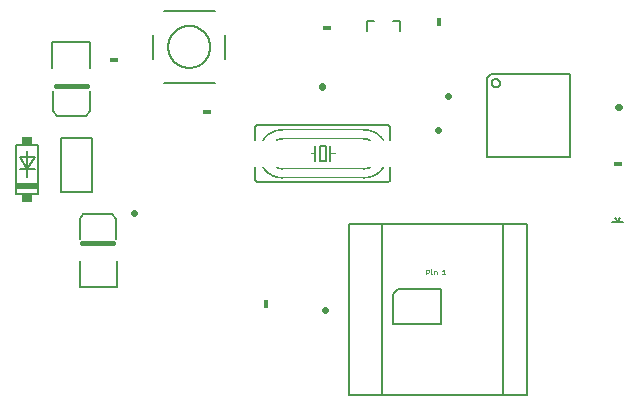
<source format=gto>
G75*
%MOIN*%
%OFA0B0*%
%FSLAX25Y25*%
%IPPOS*%
%LPD*%
%AMOC8*
5,1,8,0,0,1.08239X$1,22.5*
%
%ADD10C,0.02200*%
%ADD11C,0.00800*%
%ADD12R,0.03000X0.01800*%
%ADD13R,0.01800X0.03000*%
%ADD14C,0.00600*%
%ADD15C,0.01575*%
%ADD16R,0.07362X0.02000*%
%ADD17R,0.03346X0.02500*%
%ADD18C,0.00020*%
%ADD19C,0.00200*%
%ADD20C,0.00100*%
%ADD21C,0.00500*%
D10*
X0064624Y0083043D02*
X0064864Y0083043D01*
X0128317Y0051000D02*
X0128557Y0051000D01*
X0165976Y0110746D02*
X0165976Y0110986D01*
X0169317Y0122150D02*
X0169557Y0122150D01*
X0127480Y0125246D02*
X0127480Y0125486D01*
X0226183Y0118567D02*
X0226423Y0118567D01*
D11*
X0046646Y0067201D02*
X0046646Y0058539D01*
X0059047Y0058539D01*
X0059047Y0067201D01*
X0058850Y0074681D02*
X0058850Y0081374D01*
X0057472Y0082949D01*
X0047827Y0082949D01*
X0046646Y0081374D01*
X0046646Y0074681D01*
X0050791Y0090185D02*
X0040555Y0090185D01*
X0040555Y0108295D01*
X0050791Y0108295D01*
X0050791Y0090185D01*
X0048807Y0115669D02*
X0039161Y0115669D01*
X0037783Y0117244D01*
X0037783Y0123937D01*
X0037587Y0131417D02*
X0037587Y0140079D01*
X0049988Y0140079D01*
X0049988Y0131417D01*
X0049988Y0123937D02*
X0049988Y0117244D01*
X0048807Y0115669D01*
X0074638Y0126610D02*
X0091638Y0126610D01*
X0095138Y0134610D02*
X0095138Y0142539D01*
X0091638Y0150610D02*
X0074638Y0150610D01*
X0071138Y0142657D02*
X0071138Y0134610D01*
X0076138Y0138610D02*
X0076140Y0138782D01*
X0076146Y0138953D01*
X0076157Y0139125D01*
X0076172Y0139296D01*
X0076191Y0139467D01*
X0076214Y0139637D01*
X0076241Y0139807D01*
X0076273Y0139976D01*
X0076308Y0140144D01*
X0076348Y0140311D01*
X0076392Y0140477D01*
X0076439Y0140642D01*
X0076491Y0140806D01*
X0076547Y0140968D01*
X0076607Y0141129D01*
X0076671Y0141289D01*
X0076739Y0141447D01*
X0076810Y0141603D01*
X0076885Y0141757D01*
X0076965Y0141910D01*
X0077047Y0142060D01*
X0077134Y0142209D01*
X0077224Y0142355D01*
X0077318Y0142499D01*
X0077415Y0142641D01*
X0077516Y0142780D01*
X0077620Y0142917D01*
X0077727Y0143051D01*
X0077838Y0143182D01*
X0077951Y0143311D01*
X0078068Y0143437D01*
X0078188Y0143560D01*
X0078311Y0143680D01*
X0078437Y0143797D01*
X0078566Y0143910D01*
X0078697Y0144021D01*
X0078831Y0144128D01*
X0078968Y0144232D01*
X0079107Y0144333D01*
X0079249Y0144430D01*
X0079393Y0144524D01*
X0079539Y0144614D01*
X0079688Y0144701D01*
X0079838Y0144783D01*
X0079991Y0144863D01*
X0080145Y0144938D01*
X0080301Y0145009D01*
X0080459Y0145077D01*
X0080619Y0145141D01*
X0080780Y0145201D01*
X0080942Y0145257D01*
X0081106Y0145309D01*
X0081271Y0145356D01*
X0081437Y0145400D01*
X0081604Y0145440D01*
X0081772Y0145475D01*
X0081941Y0145507D01*
X0082111Y0145534D01*
X0082281Y0145557D01*
X0082452Y0145576D01*
X0082623Y0145591D01*
X0082795Y0145602D01*
X0082966Y0145608D01*
X0083138Y0145610D01*
X0083310Y0145608D01*
X0083481Y0145602D01*
X0083653Y0145591D01*
X0083824Y0145576D01*
X0083995Y0145557D01*
X0084165Y0145534D01*
X0084335Y0145507D01*
X0084504Y0145475D01*
X0084672Y0145440D01*
X0084839Y0145400D01*
X0085005Y0145356D01*
X0085170Y0145309D01*
X0085334Y0145257D01*
X0085496Y0145201D01*
X0085657Y0145141D01*
X0085817Y0145077D01*
X0085975Y0145009D01*
X0086131Y0144938D01*
X0086285Y0144863D01*
X0086438Y0144783D01*
X0086588Y0144701D01*
X0086737Y0144614D01*
X0086883Y0144524D01*
X0087027Y0144430D01*
X0087169Y0144333D01*
X0087308Y0144232D01*
X0087445Y0144128D01*
X0087579Y0144021D01*
X0087710Y0143910D01*
X0087839Y0143797D01*
X0087965Y0143680D01*
X0088088Y0143560D01*
X0088208Y0143437D01*
X0088325Y0143311D01*
X0088438Y0143182D01*
X0088549Y0143051D01*
X0088656Y0142917D01*
X0088760Y0142780D01*
X0088861Y0142641D01*
X0088958Y0142499D01*
X0089052Y0142355D01*
X0089142Y0142209D01*
X0089229Y0142060D01*
X0089311Y0141910D01*
X0089391Y0141757D01*
X0089466Y0141603D01*
X0089537Y0141447D01*
X0089605Y0141289D01*
X0089669Y0141129D01*
X0089729Y0140968D01*
X0089785Y0140806D01*
X0089837Y0140642D01*
X0089884Y0140477D01*
X0089928Y0140311D01*
X0089968Y0140144D01*
X0090003Y0139976D01*
X0090035Y0139807D01*
X0090062Y0139637D01*
X0090085Y0139467D01*
X0090104Y0139296D01*
X0090119Y0139125D01*
X0090130Y0138953D01*
X0090136Y0138782D01*
X0090138Y0138610D01*
X0090136Y0138438D01*
X0090130Y0138267D01*
X0090119Y0138095D01*
X0090104Y0137924D01*
X0090085Y0137753D01*
X0090062Y0137583D01*
X0090035Y0137413D01*
X0090003Y0137244D01*
X0089968Y0137076D01*
X0089928Y0136909D01*
X0089884Y0136743D01*
X0089837Y0136578D01*
X0089785Y0136414D01*
X0089729Y0136252D01*
X0089669Y0136091D01*
X0089605Y0135931D01*
X0089537Y0135773D01*
X0089466Y0135617D01*
X0089391Y0135463D01*
X0089311Y0135310D01*
X0089229Y0135160D01*
X0089142Y0135011D01*
X0089052Y0134865D01*
X0088958Y0134721D01*
X0088861Y0134579D01*
X0088760Y0134440D01*
X0088656Y0134303D01*
X0088549Y0134169D01*
X0088438Y0134038D01*
X0088325Y0133909D01*
X0088208Y0133783D01*
X0088088Y0133660D01*
X0087965Y0133540D01*
X0087839Y0133423D01*
X0087710Y0133310D01*
X0087579Y0133199D01*
X0087445Y0133092D01*
X0087308Y0132988D01*
X0087169Y0132887D01*
X0087027Y0132790D01*
X0086883Y0132696D01*
X0086737Y0132606D01*
X0086588Y0132519D01*
X0086438Y0132437D01*
X0086285Y0132357D01*
X0086131Y0132282D01*
X0085975Y0132211D01*
X0085817Y0132143D01*
X0085657Y0132079D01*
X0085496Y0132019D01*
X0085334Y0131963D01*
X0085170Y0131911D01*
X0085005Y0131864D01*
X0084839Y0131820D01*
X0084672Y0131780D01*
X0084504Y0131745D01*
X0084335Y0131713D01*
X0084165Y0131686D01*
X0083995Y0131663D01*
X0083824Y0131644D01*
X0083653Y0131629D01*
X0083481Y0131618D01*
X0083310Y0131612D01*
X0083138Y0131610D01*
X0082966Y0131612D01*
X0082795Y0131618D01*
X0082623Y0131629D01*
X0082452Y0131644D01*
X0082281Y0131663D01*
X0082111Y0131686D01*
X0081941Y0131713D01*
X0081772Y0131745D01*
X0081604Y0131780D01*
X0081437Y0131820D01*
X0081271Y0131864D01*
X0081106Y0131911D01*
X0080942Y0131963D01*
X0080780Y0132019D01*
X0080619Y0132079D01*
X0080459Y0132143D01*
X0080301Y0132211D01*
X0080145Y0132282D01*
X0079991Y0132357D01*
X0079838Y0132437D01*
X0079688Y0132519D01*
X0079539Y0132606D01*
X0079393Y0132696D01*
X0079249Y0132790D01*
X0079107Y0132887D01*
X0078968Y0132988D01*
X0078831Y0133092D01*
X0078697Y0133199D01*
X0078566Y0133310D01*
X0078437Y0133423D01*
X0078311Y0133540D01*
X0078188Y0133660D01*
X0078068Y0133783D01*
X0077951Y0133909D01*
X0077838Y0134038D01*
X0077727Y0134169D01*
X0077620Y0134303D01*
X0077516Y0134440D01*
X0077415Y0134579D01*
X0077318Y0134721D01*
X0077224Y0134865D01*
X0077134Y0135011D01*
X0077047Y0135160D01*
X0076965Y0135310D01*
X0076885Y0135463D01*
X0076810Y0135617D01*
X0076739Y0135773D01*
X0076671Y0135931D01*
X0076607Y0136091D01*
X0076547Y0136252D01*
X0076491Y0136414D01*
X0076439Y0136578D01*
X0076392Y0136743D01*
X0076348Y0136909D01*
X0076308Y0137076D01*
X0076273Y0137244D01*
X0076241Y0137413D01*
X0076214Y0137583D01*
X0076191Y0137753D01*
X0076172Y0137924D01*
X0076157Y0138095D01*
X0076146Y0138267D01*
X0076140Y0138438D01*
X0076138Y0138610D01*
X0142563Y0143941D02*
X0142563Y0147091D01*
X0144925Y0147091D01*
X0151224Y0147091D02*
X0153587Y0147091D01*
X0153587Y0143941D01*
X0225080Y0081551D02*
X0226000Y0080331D01*
X0227811Y0080331D01*
X0226860Y0081551D02*
X0226100Y0080391D01*
X0226000Y0080331D02*
X0224189Y0080331D01*
X0195744Y0079626D02*
X0187909Y0079626D01*
X0187909Y0022500D01*
X0195744Y0022500D01*
X0195744Y0079626D01*
X0187909Y0079626D02*
X0147358Y0079626D01*
X0136492Y0079626D01*
X0136492Y0022500D01*
X0147358Y0022500D01*
X0147358Y0079626D01*
X0152791Y0057972D02*
X0151295Y0056476D01*
X0151256Y0056358D02*
X0151256Y0046122D01*
X0167004Y0046122D01*
X0167004Y0057972D01*
X0152791Y0057972D01*
X0147358Y0022500D02*
X0187909Y0022500D01*
D12*
X0226000Y0099500D03*
X0129248Y0144807D03*
X0089201Y0116862D03*
X0057996Y0134205D03*
D13*
X0166433Y0147000D03*
X0108626Y0052894D03*
D14*
X0106173Y0093614D02*
X0149173Y0093614D01*
X0149233Y0093616D01*
X0149294Y0093621D01*
X0149353Y0093630D01*
X0149412Y0093643D01*
X0149471Y0093659D01*
X0149528Y0093679D01*
X0149583Y0093702D01*
X0149638Y0093729D01*
X0149690Y0093758D01*
X0149741Y0093791D01*
X0149790Y0093827D01*
X0149836Y0093865D01*
X0149880Y0093907D01*
X0149922Y0093951D01*
X0149960Y0093997D01*
X0149996Y0094046D01*
X0150029Y0094097D01*
X0150058Y0094149D01*
X0150085Y0094204D01*
X0150108Y0094259D01*
X0150128Y0094316D01*
X0150144Y0094375D01*
X0150157Y0094434D01*
X0150166Y0094493D01*
X0150171Y0094554D01*
X0150173Y0094614D01*
X0150173Y0098614D01*
X0150173Y0107614D02*
X0150173Y0111614D01*
X0150171Y0111674D01*
X0150166Y0111735D01*
X0150157Y0111794D01*
X0150144Y0111853D01*
X0150128Y0111912D01*
X0150108Y0111969D01*
X0150085Y0112024D01*
X0150058Y0112079D01*
X0150029Y0112131D01*
X0149996Y0112182D01*
X0149960Y0112231D01*
X0149922Y0112277D01*
X0149880Y0112321D01*
X0149836Y0112363D01*
X0149790Y0112401D01*
X0149741Y0112437D01*
X0149690Y0112470D01*
X0149638Y0112499D01*
X0149583Y0112526D01*
X0149528Y0112549D01*
X0149471Y0112569D01*
X0149412Y0112585D01*
X0149353Y0112598D01*
X0149294Y0112607D01*
X0149233Y0112612D01*
X0149173Y0112614D01*
X0106173Y0112614D01*
X0106113Y0112612D01*
X0106052Y0112607D01*
X0105993Y0112598D01*
X0105934Y0112585D01*
X0105875Y0112569D01*
X0105818Y0112549D01*
X0105763Y0112526D01*
X0105708Y0112499D01*
X0105656Y0112470D01*
X0105605Y0112437D01*
X0105556Y0112401D01*
X0105510Y0112363D01*
X0105466Y0112321D01*
X0105424Y0112277D01*
X0105386Y0112231D01*
X0105350Y0112182D01*
X0105317Y0112131D01*
X0105288Y0112079D01*
X0105261Y0112024D01*
X0105238Y0111969D01*
X0105218Y0111912D01*
X0105202Y0111853D01*
X0105189Y0111794D01*
X0105180Y0111735D01*
X0105175Y0111674D01*
X0105173Y0111614D01*
X0105173Y0107614D01*
X0105173Y0098614D02*
X0105173Y0094614D01*
X0105175Y0094554D01*
X0105180Y0094493D01*
X0105189Y0094434D01*
X0105202Y0094375D01*
X0105218Y0094316D01*
X0105238Y0094259D01*
X0105261Y0094204D01*
X0105288Y0094149D01*
X0105317Y0094097D01*
X0105350Y0094046D01*
X0105386Y0093997D01*
X0105424Y0093951D01*
X0105466Y0093907D01*
X0105510Y0093865D01*
X0105556Y0093827D01*
X0105605Y0093791D01*
X0105656Y0093758D01*
X0105708Y0093729D01*
X0105763Y0093702D01*
X0105818Y0093679D01*
X0105875Y0093659D01*
X0105934Y0093643D01*
X0105993Y0093630D01*
X0106052Y0093621D01*
X0106113Y0093616D01*
X0106173Y0093614D01*
X0125173Y0100614D02*
X0125173Y0103114D01*
X0125173Y0105614D01*
X0126673Y0105614D02*
X0128673Y0105614D01*
X0128673Y0100614D01*
X0126673Y0100614D01*
X0126673Y0105614D01*
X0130173Y0105614D02*
X0130173Y0103114D01*
X0130173Y0100614D01*
X0182386Y0101953D02*
X0182386Y0128154D01*
X0183783Y0129551D01*
X0209984Y0129551D01*
X0209984Y0101953D01*
X0182386Y0101953D01*
X0183971Y0126552D02*
X0183973Y0126627D01*
X0183979Y0126701D01*
X0183989Y0126775D01*
X0184002Y0126848D01*
X0184020Y0126921D01*
X0184041Y0126992D01*
X0184066Y0127063D01*
X0184095Y0127132D01*
X0184128Y0127199D01*
X0184164Y0127264D01*
X0184203Y0127328D01*
X0184245Y0127389D01*
X0184291Y0127448D01*
X0184340Y0127505D01*
X0184392Y0127558D01*
X0184446Y0127609D01*
X0184503Y0127658D01*
X0184563Y0127702D01*
X0184625Y0127744D01*
X0184689Y0127783D01*
X0184755Y0127818D01*
X0184822Y0127849D01*
X0184892Y0127877D01*
X0184962Y0127901D01*
X0185034Y0127922D01*
X0185107Y0127938D01*
X0185180Y0127951D01*
X0185255Y0127960D01*
X0185329Y0127965D01*
X0185404Y0127966D01*
X0185478Y0127963D01*
X0185553Y0127956D01*
X0185626Y0127945D01*
X0185700Y0127931D01*
X0185772Y0127912D01*
X0185843Y0127890D01*
X0185913Y0127864D01*
X0185982Y0127834D01*
X0186048Y0127801D01*
X0186113Y0127764D01*
X0186176Y0127724D01*
X0186237Y0127680D01*
X0186295Y0127634D01*
X0186351Y0127584D01*
X0186404Y0127532D01*
X0186455Y0127477D01*
X0186502Y0127419D01*
X0186546Y0127359D01*
X0186587Y0127296D01*
X0186625Y0127232D01*
X0186659Y0127166D01*
X0186690Y0127097D01*
X0186717Y0127028D01*
X0186740Y0126957D01*
X0186759Y0126885D01*
X0186775Y0126812D01*
X0186787Y0126738D01*
X0186795Y0126664D01*
X0186799Y0126589D01*
X0186799Y0126515D01*
X0186795Y0126440D01*
X0186787Y0126366D01*
X0186775Y0126292D01*
X0186759Y0126219D01*
X0186740Y0126147D01*
X0186717Y0126076D01*
X0186690Y0126007D01*
X0186659Y0125938D01*
X0186625Y0125872D01*
X0186587Y0125808D01*
X0186546Y0125745D01*
X0186502Y0125685D01*
X0186455Y0125627D01*
X0186404Y0125572D01*
X0186351Y0125520D01*
X0186295Y0125470D01*
X0186237Y0125424D01*
X0186176Y0125380D01*
X0186113Y0125340D01*
X0186048Y0125303D01*
X0185982Y0125270D01*
X0185913Y0125240D01*
X0185843Y0125214D01*
X0185772Y0125192D01*
X0185700Y0125173D01*
X0185626Y0125159D01*
X0185553Y0125148D01*
X0185478Y0125141D01*
X0185404Y0125138D01*
X0185329Y0125139D01*
X0185255Y0125144D01*
X0185180Y0125153D01*
X0185107Y0125166D01*
X0185034Y0125182D01*
X0184962Y0125203D01*
X0184892Y0125227D01*
X0184822Y0125255D01*
X0184755Y0125286D01*
X0184689Y0125321D01*
X0184625Y0125360D01*
X0184563Y0125402D01*
X0184503Y0125446D01*
X0184446Y0125495D01*
X0184392Y0125546D01*
X0184340Y0125599D01*
X0184291Y0125656D01*
X0184245Y0125715D01*
X0184203Y0125776D01*
X0184164Y0125840D01*
X0184128Y0125905D01*
X0184095Y0125972D01*
X0184066Y0126041D01*
X0184041Y0126112D01*
X0184020Y0126183D01*
X0184002Y0126256D01*
X0183989Y0126329D01*
X0183979Y0126403D01*
X0183973Y0126477D01*
X0183971Y0126552D01*
X0032724Y0105925D02*
X0032724Y0089531D01*
X0025480Y0089531D01*
X0025480Y0105925D01*
X0032724Y0105925D01*
X0029102Y0103728D02*
X0029102Y0097728D01*
X0031602Y0097728D01*
X0029102Y0097728D02*
X0029102Y0095228D01*
X0029102Y0097728D02*
X0026602Y0097728D01*
X0029102Y0097728D02*
X0026602Y0101728D01*
X0031602Y0101728D01*
X0029102Y0097728D01*
D15*
X0047587Y0073142D02*
X0057811Y0073142D01*
X0049047Y0125476D02*
X0038823Y0125476D01*
D16*
X0029161Y0092228D03*
D17*
X0029102Y0088281D03*
X0029102Y0107175D03*
D18*
X0107490Y0098556D02*
X0107639Y0098657D01*
X0107639Y0098656D02*
X0107749Y0098499D01*
X0107863Y0098345D01*
X0107980Y0098193D01*
X0108102Y0098044D01*
X0108226Y0097898D01*
X0108355Y0097755D01*
X0108486Y0097616D01*
X0108622Y0097479D01*
X0108760Y0097346D01*
X0108902Y0097217D01*
X0109046Y0097090D01*
X0109194Y0096968D01*
X0109345Y0096849D01*
X0109498Y0096733D01*
X0109654Y0096622D01*
X0109813Y0096514D01*
X0109975Y0096410D01*
X0110139Y0096310D01*
X0110305Y0096214D01*
X0110474Y0096122D01*
X0110644Y0096035D01*
X0110817Y0095951D01*
X0110992Y0095872D01*
X0111169Y0095797D01*
X0111347Y0095726D01*
X0111527Y0095660D01*
X0111709Y0095598D01*
X0111892Y0095540D01*
X0112077Y0095487D01*
X0112262Y0095438D01*
X0112449Y0095394D01*
X0112637Y0095355D01*
X0112826Y0095320D01*
X0113015Y0095289D01*
X0113206Y0095263D01*
X0113396Y0095242D01*
X0113588Y0095226D01*
X0113779Y0095214D01*
X0113971Y0095207D01*
X0114163Y0095204D01*
X0114164Y0095025D01*
X0114163Y0095024D01*
X0113967Y0095027D01*
X0113771Y0095034D01*
X0113575Y0095046D01*
X0113379Y0095063D01*
X0113184Y0095085D01*
X0112989Y0095111D01*
X0112795Y0095142D01*
X0112602Y0095178D01*
X0112410Y0095218D01*
X0112219Y0095264D01*
X0112029Y0095313D01*
X0111840Y0095368D01*
X0111653Y0095427D01*
X0111467Y0095490D01*
X0111283Y0095558D01*
X0111100Y0095630D01*
X0110920Y0095707D01*
X0110741Y0095788D01*
X0110564Y0095874D01*
X0110389Y0095963D01*
X0110217Y0096057D01*
X0110047Y0096155D01*
X0109879Y0096258D01*
X0109714Y0096364D01*
X0109551Y0096474D01*
X0109392Y0096588D01*
X0109235Y0096706D01*
X0109081Y0096828D01*
X0108930Y0096953D01*
X0108782Y0097082D01*
X0108637Y0097215D01*
X0108495Y0097351D01*
X0108357Y0097491D01*
X0108222Y0097633D01*
X0108091Y0097780D01*
X0107963Y0097929D01*
X0107839Y0098081D01*
X0107719Y0098236D01*
X0107602Y0098394D01*
X0107490Y0098555D01*
X0107505Y0098565D01*
X0107617Y0098405D01*
X0107733Y0098247D01*
X0107853Y0098092D01*
X0107977Y0097940D01*
X0108104Y0097791D01*
X0108235Y0097646D01*
X0108370Y0097503D01*
X0108508Y0097364D01*
X0108649Y0097228D01*
X0108794Y0097096D01*
X0108941Y0096967D01*
X0109092Y0096842D01*
X0109246Y0096720D01*
X0109402Y0096603D01*
X0109562Y0096489D01*
X0109724Y0096379D01*
X0109889Y0096273D01*
X0110056Y0096171D01*
X0110226Y0096073D01*
X0110398Y0095979D01*
X0110572Y0095890D01*
X0110748Y0095804D01*
X0110927Y0095723D01*
X0111107Y0095647D01*
X0111289Y0095575D01*
X0111473Y0095507D01*
X0111659Y0095444D01*
X0111845Y0095385D01*
X0112034Y0095331D01*
X0112223Y0095281D01*
X0112414Y0095236D01*
X0112606Y0095196D01*
X0112798Y0095160D01*
X0112992Y0095129D01*
X0113186Y0095103D01*
X0113381Y0095081D01*
X0113576Y0095064D01*
X0113771Y0095052D01*
X0113967Y0095045D01*
X0114163Y0095042D01*
X0114163Y0095060D01*
X0113968Y0095063D01*
X0113772Y0095070D01*
X0113577Y0095082D01*
X0113382Y0095099D01*
X0113188Y0095120D01*
X0112994Y0095147D01*
X0112801Y0095178D01*
X0112609Y0095213D01*
X0112418Y0095254D01*
X0112228Y0095298D01*
X0112039Y0095348D01*
X0111851Y0095402D01*
X0111664Y0095461D01*
X0111479Y0095524D01*
X0111296Y0095591D01*
X0111114Y0095664D01*
X0110934Y0095740D01*
X0110756Y0095821D01*
X0110580Y0095906D01*
X0110406Y0095995D01*
X0110234Y0096089D01*
X0110065Y0096186D01*
X0109898Y0096288D01*
X0109734Y0096394D01*
X0109572Y0096504D01*
X0109413Y0096617D01*
X0109257Y0096735D01*
X0109103Y0096856D01*
X0108953Y0096981D01*
X0108806Y0097109D01*
X0108661Y0097241D01*
X0108520Y0097377D01*
X0108383Y0097516D01*
X0108249Y0097658D01*
X0108118Y0097803D01*
X0107991Y0097952D01*
X0107867Y0098103D01*
X0107748Y0098258D01*
X0107632Y0098415D01*
X0107520Y0098575D01*
X0107534Y0098585D01*
X0107646Y0098426D01*
X0107762Y0098269D01*
X0107882Y0098115D01*
X0108005Y0097963D01*
X0108132Y0097815D01*
X0108262Y0097670D01*
X0108396Y0097528D01*
X0108533Y0097390D01*
X0108674Y0097254D01*
X0108818Y0097123D01*
X0108965Y0096994D01*
X0109115Y0096870D01*
X0109268Y0096749D01*
X0109424Y0096632D01*
X0109582Y0096518D01*
X0109744Y0096409D01*
X0109908Y0096303D01*
X0110074Y0096202D01*
X0110243Y0096104D01*
X0110415Y0096011D01*
X0110588Y0095922D01*
X0110764Y0095837D01*
X0110941Y0095756D01*
X0111121Y0095680D01*
X0111302Y0095608D01*
X0111485Y0095541D01*
X0111670Y0095478D01*
X0111856Y0095419D01*
X0112043Y0095365D01*
X0112232Y0095316D01*
X0112422Y0095271D01*
X0112613Y0095231D01*
X0112804Y0095195D01*
X0112997Y0095165D01*
X0113190Y0095138D01*
X0113384Y0095117D01*
X0113579Y0095100D01*
X0113773Y0095088D01*
X0113968Y0095081D01*
X0114163Y0095078D01*
X0114163Y0095096D01*
X0113969Y0095099D01*
X0113774Y0095106D01*
X0113580Y0095118D01*
X0113386Y0095135D01*
X0113193Y0095156D01*
X0113000Y0095182D01*
X0112808Y0095213D01*
X0112616Y0095249D01*
X0112426Y0095289D01*
X0112236Y0095333D01*
X0112048Y0095383D01*
X0111861Y0095437D01*
X0111675Y0095495D01*
X0111491Y0095558D01*
X0111309Y0095625D01*
X0111128Y0095697D01*
X0110949Y0095773D01*
X0110771Y0095853D01*
X0110596Y0095938D01*
X0110423Y0096027D01*
X0110252Y0096120D01*
X0110084Y0096217D01*
X0109917Y0096319D01*
X0109754Y0096424D01*
X0109593Y0096533D01*
X0109434Y0096646D01*
X0109279Y0096763D01*
X0109126Y0096884D01*
X0108976Y0097008D01*
X0108830Y0097136D01*
X0108686Y0097268D01*
X0108546Y0097402D01*
X0108409Y0097541D01*
X0108275Y0097682D01*
X0108145Y0097827D01*
X0108019Y0097975D01*
X0107896Y0098126D01*
X0107776Y0098280D01*
X0107661Y0098436D01*
X0107549Y0098596D01*
X0107564Y0098606D01*
X0107676Y0098447D01*
X0107791Y0098290D01*
X0107910Y0098137D01*
X0108032Y0097986D01*
X0108159Y0097839D01*
X0108288Y0097694D01*
X0108422Y0097553D01*
X0108558Y0097415D01*
X0108698Y0097281D01*
X0108842Y0097149D01*
X0108988Y0097022D01*
X0109137Y0096898D01*
X0109290Y0096777D01*
X0109445Y0096661D01*
X0109603Y0096548D01*
X0109764Y0096439D01*
X0109927Y0096334D01*
X0110093Y0096233D01*
X0110261Y0096136D01*
X0110431Y0096043D01*
X0110604Y0095954D01*
X0110779Y0095870D01*
X0110956Y0095789D01*
X0111135Y0095713D01*
X0111315Y0095642D01*
X0111497Y0095575D01*
X0111681Y0095512D01*
X0111866Y0095454D01*
X0112053Y0095400D01*
X0112241Y0095351D01*
X0112430Y0095306D01*
X0112620Y0095266D01*
X0112811Y0095231D01*
X0113002Y0095200D01*
X0113195Y0095174D01*
X0113388Y0095153D01*
X0113581Y0095136D01*
X0113775Y0095124D01*
X0113969Y0095117D01*
X0114163Y0095114D01*
X0114163Y0095132D01*
X0113969Y0095135D01*
X0113776Y0095142D01*
X0113582Y0095154D01*
X0113389Y0095171D01*
X0113197Y0095192D01*
X0113005Y0095218D01*
X0112814Y0095249D01*
X0112623Y0095284D01*
X0112434Y0095324D01*
X0112245Y0095368D01*
X0112058Y0095417D01*
X0111871Y0095471D01*
X0111687Y0095529D01*
X0111503Y0095592D01*
X0111321Y0095659D01*
X0111141Y0095730D01*
X0110963Y0095806D01*
X0110787Y0095886D01*
X0110612Y0095970D01*
X0110440Y0096059D01*
X0110270Y0096151D01*
X0110102Y0096248D01*
X0109936Y0096349D01*
X0109774Y0096454D01*
X0109613Y0096563D01*
X0109456Y0096675D01*
X0109301Y0096792D01*
X0109149Y0096912D01*
X0109000Y0097036D01*
X0108854Y0097163D01*
X0108711Y0097294D01*
X0108571Y0097428D01*
X0108435Y0097566D01*
X0108302Y0097707D01*
X0108172Y0097851D01*
X0108046Y0097998D01*
X0107924Y0098148D01*
X0107805Y0098301D01*
X0107690Y0098457D01*
X0107579Y0098616D01*
X0107594Y0098626D01*
X0107705Y0098468D01*
X0107820Y0098312D01*
X0107938Y0098159D01*
X0108060Y0098009D01*
X0108186Y0097863D01*
X0108315Y0097719D01*
X0108448Y0097578D01*
X0108584Y0097441D01*
X0108723Y0097307D01*
X0108866Y0097176D01*
X0109011Y0097049D01*
X0109160Y0096926D01*
X0109312Y0096806D01*
X0109466Y0096690D01*
X0109623Y0096577D01*
X0109783Y0096469D01*
X0109946Y0096364D01*
X0110111Y0096264D01*
X0110279Y0096167D01*
X0110448Y0096075D01*
X0110620Y0095986D01*
X0110794Y0095902D01*
X0110970Y0095822D01*
X0111148Y0095747D01*
X0111328Y0095676D01*
X0111509Y0095609D01*
X0111692Y0095546D01*
X0111877Y0095488D01*
X0112062Y0095435D01*
X0112249Y0095386D01*
X0112437Y0095341D01*
X0112627Y0095302D01*
X0112817Y0095266D01*
X0113008Y0095236D01*
X0113199Y0095210D01*
X0113391Y0095188D01*
X0113584Y0095172D01*
X0113777Y0095160D01*
X0113970Y0095153D01*
X0114163Y0095150D01*
X0114163Y0095168D01*
X0113970Y0095171D01*
X0113778Y0095178D01*
X0113585Y0095190D01*
X0113393Y0095206D01*
X0113201Y0095228D01*
X0113010Y0095254D01*
X0112820Y0095284D01*
X0112630Y0095319D01*
X0112441Y0095359D01*
X0112254Y0095403D01*
X0112067Y0095452D01*
X0111882Y0095506D01*
X0111698Y0095563D01*
X0111515Y0095626D01*
X0111334Y0095692D01*
X0111155Y0095763D01*
X0110978Y0095839D01*
X0110802Y0095919D01*
X0110628Y0096002D01*
X0110457Y0096091D01*
X0110287Y0096183D01*
X0110120Y0096279D01*
X0109956Y0096380D01*
X0109793Y0096484D01*
X0109634Y0096592D01*
X0109477Y0096704D01*
X0109323Y0096820D01*
X0109171Y0096940D01*
X0109023Y0097063D01*
X0108878Y0097190D01*
X0108735Y0097320D01*
X0108596Y0097454D01*
X0108461Y0097591D01*
X0108328Y0097731D01*
X0108199Y0097874D01*
X0108074Y0098021D01*
X0107952Y0098170D01*
X0107834Y0098323D01*
X0107720Y0098478D01*
X0107609Y0098636D01*
X0107624Y0098646D01*
X0107734Y0098489D01*
X0107848Y0098334D01*
X0107966Y0098182D01*
X0108088Y0098032D01*
X0108213Y0097886D01*
X0108341Y0097743D01*
X0108474Y0097603D01*
X0108609Y0097466D01*
X0108748Y0097333D01*
X0108890Y0097203D01*
X0109035Y0097077D01*
X0109183Y0096954D01*
X0109334Y0096834D01*
X0109487Y0096719D01*
X0109644Y0096607D01*
X0109803Y0096499D01*
X0109965Y0096395D01*
X0110129Y0096295D01*
X0110296Y0096199D01*
X0110465Y0096107D01*
X0110636Y0096019D01*
X0110810Y0095935D01*
X0110985Y0095855D01*
X0111162Y0095780D01*
X0111341Y0095709D01*
X0111521Y0095643D01*
X0111703Y0095580D01*
X0111887Y0095523D01*
X0112072Y0095469D01*
X0112258Y0095421D01*
X0112445Y0095377D01*
X0112634Y0095337D01*
X0112823Y0095302D01*
X0113013Y0095271D01*
X0113203Y0095246D01*
X0113395Y0095224D01*
X0113586Y0095208D01*
X0113778Y0095196D01*
X0113971Y0095189D01*
X0114163Y0095186D01*
X0111964Y0098529D02*
X0112042Y0098691D01*
X0112166Y0098633D01*
X0112292Y0098579D01*
X0112420Y0098528D01*
X0112548Y0098481D01*
X0112678Y0098437D01*
X0112810Y0098397D01*
X0112942Y0098361D01*
X0113075Y0098328D01*
X0113209Y0098300D01*
X0113344Y0098274D01*
X0113480Y0098253D01*
X0113616Y0098236D01*
X0113752Y0098222D01*
X0113889Y0098212D01*
X0114026Y0098206D01*
X0114163Y0098204D01*
X0114164Y0098025D01*
X0114163Y0098024D01*
X0114029Y0098026D01*
X0113895Y0098032D01*
X0113762Y0098041D01*
X0113629Y0098053D01*
X0113496Y0098069D01*
X0113363Y0098089D01*
X0113231Y0098112D01*
X0113100Y0098138D01*
X0112970Y0098168D01*
X0112840Y0098202D01*
X0112711Y0098238D01*
X0112584Y0098278D01*
X0112457Y0098322D01*
X0112332Y0098369D01*
X0112207Y0098419D01*
X0112085Y0098472D01*
X0111963Y0098529D01*
X0111971Y0098545D01*
X0112100Y0098485D01*
X0112230Y0098429D01*
X0112361Y0098377D01*
X0112495Y0098328D01*
X0112629Y0098283D01*
X0112765Y0098241D01*
X0112901Y0098204D01*
X0113039Y0098170D01*
X0113177Y0098141D01*
X0113317Y0098115D01*
X0113457Y0098093D01*
X0113597Y0098075D01*
X0113738Y0098061D01*
X0113880Y0098050D01*
X0114021Y0098044D01*
X0114163Y0098042D01*
X0114163Y0098060D01*
X0114022Y0098062D01*
X0113881Y0098068D01*
X0113740Y0098079D01*
X0113599Y0098093D01*
X0113459Y0098111D01*
X0113320Y0098133D01*
X0113181Y0098158D01*
X0113043Y0098188D01*
X0112906Y0098221D01*
X0112770Y0098259D01*
X0112634Y0098300D01*
X0112501Y0098345D01*
X0112368Y0098393D01*
X0112237Y0098446D01*
X0112107Y0098502D01*
X0111979Y0098561D01*
X0111987Y0098577D01*
X0112114Y0098518D01*
X0112244Y0098462D01*
X0112374Y0098410D01*
X0112507Y0098362D01*
X0112640Y0098317D01*
X0112775Y0098276D01*
X0112910Y0098239D01*
X0113047Y0098206D01*
X0113185Y0098176D01*
X0113323Y0098150D01*
X0113462Y0098128D01*
X0113601Y0098111D01*
X0113741Y0098097D01*
X0113882Y0098086D01*
X0114022Y0098080D01*
X0114163Y0098078D01*
X0114163Y0098096D01*
X0114023Y0098098D01*
X0113883Y0098104D01*
X0113743Y0098114D01*
X0113603Y0098128D01*
X0113464Y0098146D01*
X0113326Y0098168D01*
X0113188Y0098194D01*
X0113051Y0098223D01*
X0112915Y0098256D01*
X0112780Y0098293D01*
X0112645Y0098334D01*
X0112512Y0098379D01*
X0112381Y0098427D01*
X0112251Y0098479D01*
X0112122Y0098534D01*
X0111995Y0098593D01*
X0112003Y0098610D01*
X0112129Y0098551D01*
X0112258Y0098495D01*
X0112387Y0098444D01*
X0112518Y0098396D01*
X0112651Y0098351D01*
X0112785Y0098311D01*
X0112919Y0098274D01*
X0113055Y0098241D01*
X0113192Y0098211D01*
X0113329Y0098186D01*
X0113467Y0098164D01*
X0113606Y0098146D01*
X0113745Y0098132D01*
X0113884Y0098122D01*
X0114023Y0098116D01*
X0114163Y0098114D01*
X0114163Y0098132D01*
X0114024Y0098134D01*
X0113885Y0098140D01*
X0113746Y0098150D01*
X0113608Y0098164D01*
X0113469Y0098182D01*
X0113332Y0098204D01*
X0113195Y0098229D01*
X0113059Y0098258D01*
X0112924Y0098291D01*
X0112790Y0098328D01*
X0112656Y0098368D01*
X0112524Y0098413D01*
X0112394Y0098461D01*
X0112264Y0098512D01*
X0112137Y0098567D01*
X0112010Y0098626D01*
X0112018Y0098642D01*
X0112144Y0098584D01*
X0112271Y0098529D01*
X0112400Y0098477D01*
X0112530Y0098430D01*
X0112662Y0098386D01*
X0112795Y0098345D01*
X0112928Y0098309D01*
X0113063Y0098276D01*
X0113199Y0098247D01*
X0113335Y0098221D01*
X0113472Y0098200D01*
X0113610Y0098182D01*
X0113748Y0098168D01*
X0113886Y0098158D01*
X0114024Y0098152D01*
X0114163Y0098150D01*
X0114163Y0098168D01*
X0114025Y0098170D01*
X0113887Y0098176D01*
X0113749Y0098186D01*
X0113612Y0098200D01*
X0113475Y0098218D01*
X0113338Y0098239D01*
X0113202Y0098264D01*
X0113067Y0098293D01*
X0112933Y0098326D01*
X0112800Y0098363D01*
X0112667Y0098403D01*
X0112536Y0098447D01*
X0112407Y0098494D01*
X0112278Y0098545D01*
X0112151Y0098600D01*
X0112026Y0098658D01*
X0112034Y0098674D01*
X0112159Y0098616D01*
X0112285Y0098562D01*
X0112413Y0098511D01*
X0112542Y0098464D01*
X0112673Y0098420D01*
X0112805Y0098380D01*
X0112937Y0098343D01*
X0113071Y0098311D01*
X0113206Y0098282D01*
X0113341Y0098257D01*
X0113477Y0098235D01*
X0113614Y0098218D01*
X0113751Y0098204D01*
X0113888Y0098194D01*
X0114025Y0098188D01*
X0114163Y0098186D01*
X0114164Y0108203D02*
X0114164Y0108023D01*
X0114163Y0108024D02*
X0114026Y0108022D01*
X0113889Y0108016D01*
X0113752Y0108006D01*
X0113616Y0107992D01*
X0113480Y0107975D01*
X0113344Y0107954D01*
X0113209Y0107928D01*
X0113075Y0107900D01*
X0112942Y0107867D01*
X0112810Y0107831D01*
X0112678Y0107791D01*
X0112548Y0107747D01*
X0112420Y0107700D01*
X0112292Y0107649D01*
X0112166Y0107595D01*
X0112042Y0107537D01*
X0111964Y0107699D01*
X0111963Y0107699D01*
X0112085Y0107756D01*
X0112207Y0107809D01*
X0112332Y0107859D01*
X0112457Y0107906D01*
X0112584Y0107950D01*
X0112711Y0107990D01*
X0112840Y0108026D01*
X0112970Y0108060D01*
X0113100Y0108090D01*
X0113231Y0108116D01*
X0113363Y0108139D01*
X0113496Y0108159D01*
X0113629Y0108175D01*
X0113762Y0108187D01*
X0113895Y0108196D01*
X0114029Y0108202D01*
X0114163Y0108204D01*
X0114163Y0108186D01*
X0114021Y0108184D01*
X0113880Y0108178D01*
X0113738Y0108167D01*
X0113597Y0108153D01*
X0113457Y0108135D01*
X0113317Y0108113D01*
X0113177Y0108087D01*
X0113039Y0108058D01*
X0112901Y0108024D01*
X0112765Y0107987D01*
X0112629Y0107945D01*
X0112495Y0107900D01*
X0112361Y0107851D01*
X0112230Y0107799D01*
X0112100Y0107743D01*
X0111971Y0107683D01*
X0111979Y0107667D01*
X0112107Y0107726D01*
X0112237Y0107782D01*
X0112368Y0107835D01*
X0112501Y0107883D01*
X0112634Y0107928D01*
X0112770Y0107969D01*
X0112906Y0108007D01*
X0113043Y0108040D01*
X0113181Y0108070D01*
X0113320Y0108095D01*
X0113459Y0108117D01*
X0113599Y0108135D01*
X0113740Y0108149D01*
X0113881Y0108160D01*
X0114022Y0108166D01*
X0114163Y0108168D01*
X0114163Y0108150D01*
X0114022Y0108148D01*
X0113882Y0108142D01*
X0113741Y0108131D01*
X0113601Y0108117D01*
X0113462Y0108100D01*
X0113323Y0108078D01*
X0113185Y0108052D01*
X0113047Y0108022D01*
X0112910Y0107989D01*
X0112775Y0107952D01*
X0112640Y0107911D01*
X0112507Y0107866D01*
X0112374Y0107818D01*
X0112244Y0107766D01*
X0112114Y0107710D01*
X0111987Y0107651D01*
X0111995Y0107635D01*
X0112122Y0107694D01*
X0112251Y0107749D01*
X0112381Y0107801D01*
X0112512Y0107849D01*
X0112645Y0107894D01*
X0112780Y0107935D01*
X0112915Y0107972D01*
X0113051Y0108005D01*
X0113188Y0108034D01*
X0113326Y0108060D01*
X0113464Y0108082D01*
X0113603Y0108100D01*
X0113743Y0108114D01*
X0113883Y0108124D01*
X0114023Y0108130D01*
X0114163Y0108132D01*
X0114163Y0108114D01*
X0114023Y0108112D01*
X0113884Y0108106D01*
X0113745Y0108096D01*
X0113606Y0108082D01*
X0113467Y0108064D01*
X0113329Y0108042D01*
X0113192Y0108017D01*
X0113055Y0107987D01*
X0112919Y0107954D01*
X0112785Y0107917D01*
X0112651Y0107877D01*
X0112518Y0107832D01*
X0112387Y0107784D01*
X0112258Y0107733D01*
X0112129Y0107677D01*
X0112003Y0107618D01*
X0112010Y0107602D01*
X0112137Y0107661D01*
X0112264Y0107716D01*
X0112394Y0107767D01*
X0112524Y0107815D01*
X0112656Y0107860D01*
X0112790Y0107900D01*
X0112924Y0107937D01*
X0113059Y0107970D01*
X0113195Y0107999D01*
X0113332Y0108024D01*
X0113469Y0108046D01*
X0113608Y0108064D01*
X0113746Y0108078D01*
X0113885Y0108088D01*
X0114024Y0108094D01*
X0114163Y0108096D01*
X0114163Y0108078D01*
X0114024Y0108076D01*
X0113886Y0108070D01*
X0113748Y0108060D01*
X0113610Y0108046D01*
X0113472Y0108028D01*
X0113335Y0108007D01*
X0113199Y0107981D01*
X0113063Y0107952D01*
X0112928Y0107919D01*
X0112795Y0107883D01*
X0112662Y0107842D01*
X0112530Y0107798D01*
X0112400Y0107751D01*
X0112271Y0107699D01*
X0112144Y0107644D01*
X0112018Y0107586D01*
X0112026Y0107570D01*
X0112151Y0107628D01*
X0112278Y0107683D01*
X0112407Y0107734D01*
X0112536Y0107781D01*
X0112667Y0107825D01*
X0112800Y0107865D01*
X0112933Y0107902D01*
X0113067Y0107935D01*
X0113202Y0107964D01*
X0113338Y0107989D01*
X0113475Y0108010D01*
X0113612Y0108028D01*
X0113749Y0108042D01*
X0113887Y0108052D01*
X0114025Y0108058D01*
X0114163Y0108060D01*
X0114163Y0108042D01*
X0114025Y0108040D01*
X0113888Y0108034D01*
X0113751Y0108024D01*
X0113614Y0108010D01*
X0113477Y0107993D01*
X0113341Y0107971D01*
X0113206Y0107946D01*
X0113071Y0107917D01*
X0112937Y0107885D01*
X0112805Y0107848D01*
X0112673Y0107808D01*
X0112542Y0107764D01*
X0112413Y0107717D01*
X0112285Y0107666D01*
X0112159Y0107612D01*
X0112034Y0107554D01*
X0114164Y0111203D02*
X0114164Y0111023D01*
X0114164Y0111024D02*
X0113972Y0111021D01*
X0113780Y0111014D01*
X0113588Y0111002D01*
X0113397Y0110986D01*
X0113206Y0110965D01*
X0113016Y0110939D01*
X0112826Y0110908D01*
X0112638Y0110873D01*
X0112450Y0110834D01*
X0112263Y0110790D01*
X0112077Y0110741D01*
X0111893Y0110688D01*
X0111710Y0110630D01*
X0111528Y0110568D01*
X0111348Y0110502D01*
X0111169Y0110431D01*
X0110993Y0110356D01*
X0110818Y0110277D01*
X0110645Y0110193D01*
X0110474Y0110105D01*
X0110306Y0110014D01*
X0110139Y0109918D01*
X0109975Y0109818D01*
X0109814Y0109714D01*
X0109655Y0109606D01*
X0109499Y0109494D01*
X0109345Y0109379D01*
X0109195Y0109260D01*
X0109047Y0109137D01*
X0108902Y0109011D01*
X0108761Y0108882D01*
X0108622Y0108749D01*
X0108487Y0108612D01*
X0108356Y0108472D01*
X0108227Y0108330D01*
X0108102Y0108184D01*
X0107981Y0108035D01*
X0107864Y0107883D01*
X0107750Y0107729D01*
X0107640Y0107571D01*
X0107491Y0107672D01*
X0107491Y0107673D01*
X0107603Y0107834D01*
X0107720Y0107992D01*
X0107840Y0108147D01*
X0107964Y0108299D01*
X0108092Y0108448D01*
X0108223Y0108594D01*
X0108358Y0108737D01*
X0108496Y0108877D01*
X0108637Y0109013D01*
X0108782Y0109145D01*
X0108930Y0109274D01*
X0109081Y0109400D01*
X0109235Y0109522D01*
X0109392Y0109640D01*
X0109552Y0109754D01*
X0109715Y0109864D01*
X0109880Y0109970D01*
X0110047Y0110072D01*
X0110218Y0110171D01*
X0110390Y0110264D01*
X0110565Y0110354D01*
X0110741Y0110440D01*
X0110920Y0110521D01*
X0111101Y0110598D01*
X0111284Y0110670D01*
X0111468Y0110738D01*
X0111654Y0110801D01*
X0111841Y0110860D01*
X0112030Y0110915D01*
X0112220Y0110964D01*
X0112411Y0111009D01*
X0112603Y0111050D01*
X0112796Y0111086D01*
X0112990Y0111117D01*
X0113184Y0111143D01*
X0113380Y0111165D01*
X0113575Y0111182D01*
X0113771Y0111194D01*
X0113967Y0111201D01*
X0114164Y0111204D01*
X0114164Y0111186D01*
X0113968Y0111183D01*
X0113772Y0111176D01*
X0113576Y0111164D01*
X0113381Y0111147D01*
X0113187Y0111125D01*
X0112992Y0111099D01*
X0112799Y0111068D01*
X0112606Y0111032D01*
X0112415Y0110992D01*
X0112224Y0110947D01*
X0112034Y0110897D01*
X0111846Y0110843D01*
X0111659Y0110784D01*
X0111474Y0110721D01*
X0111290Y0110653D01*
X0111108Y0110581D01*
X0110927Y0110504D01*
X0110749Y0110423D01*
X0110573Y0110338D01*
X0110398Y0110249D01*
X0110226Y0110155D01*
X0110057Y0110057D01*
X0109889Y0109955D01*
X0109725Y0109849D01*
X0109562Y0109739D01*
X0109403Y0109625D01*
X0109246Y0109507D01*
X0109093Y0109386D01*
X0108942Y0109261D01*
X0108794Y0109132D01*
X0108650Y0109000D01*
X0108509Y0108864D01*
X0108371Y0108725D01*
X0108236Y0108582D01*
X0108105Y0108436D01*
X0107978Y0108288D01*
X0107854Y0108136D01*
X0107734Y0107981D01*
X0107618Y0107823D01*
X0107506Y0107663D01*
X0107520Y0107652D01*
X0107633Y0107813D01*
X0107749Y0107970D01*
X0107868Y0108124D01*
X0107992Y0108276D01*
X0108119Y0108425D01*
X0108250Y0108570D01*
X0108384Y0108712D01*
X0108521Y0108851D01*
X0108662Y0108987D01*
X0108806Y0109119D01*
X0108954Y0109247D01*
X0109104Y0109372D01*
X0109257Y0109493D01*
X0109414Y0109611D01*
X0109573Y0109724D01*
X0109735Y0109834D01*
X0109899Y0109940D01*
X0110066Y0110041D01*
X0110235Y0110139D01*
X0110407Y0110233D01*
X0110581Y0110322D01*
X0110757Y0110407D01*
X0110935Y0110488D01*
X0111115Y0110564D01*
X0111296Y0110636D01*
X0111480Y0110704D01*
X0111665Y0110767D01*
X0111851Y0110826D01*
X0112039Y0110880D01*
X0112228Y0110929D01*
X0112418Y0110974D01*
X0112610Y0111015D01*
X0112802Y0111050D01*
X0112995Y0111081D01*
X0113189Y0111108D01*
X0113383Y0111129D01*
X0113578Y0111146D01*
X0113773Y0111158D01*
X0113968Y0111165D01*
X0114164Y0111168D01*
X0114164Y0111150D01*
X0113969Y0111147D01*
X0113774Y0111140D01*
X0113579Y0111128D01*
X0113385Y0111111D01*
X0113191Y0111090D01*
X0112998Y0111063D01*
X0112805Y0111033D01*
X0112613Y0110997D01*
X0112422Y0110957D01*
X0112233Y0110912D01*
X0112044Y0110863D01*
X0111856Y0110809D01*
X0111670Y0110750D01*
X0111486Y0110687D01*
X0111303Y0110620D01*
X0111121Y0110548D01*
X0110942Y0110471D01*
X0110764Y0110391D01*
X0110589Y0110306D01*
X0110415Y0110217D01*
X0110244Y0110123D01*
X0110075Y0110026D01*
X0109908Y0109924D01*
X0109744Y0109819D01*
X0109583Y0109709D01*
X0109424Y0109596D01*
X0109268Y0109479D01*
X0109115Y0109358D01*
X0108965Y0109233D01*
X0108818Y0109105D01*
X0108674Y0108973D01*
X0108534Y0108838D01*
X0108397Y0108700D01*
X0108263Y0108558D01*
X0108132Y0108413D01*
X0108006Y0108265D01*
X0107882Y0108113D01*
X0107763Y0107959D01*
X0107647Y0107802D01*
X0107535Y0107642D01*
X0107550Y0107632D01*
X0107662Y0107792D01*
X0107777Y0107948D01*
X0107896Y0108102D01*
X0108019Y0108253D01*
X0108146Y0108401D01*
X0108276Y0108546D01*
X0108410Y0108687D01*
X0108547Y0108825D01*
X0108687Y0108960D01*
X0108830Y0109092D01*
X0108977Y0109220D01*
X0109127Y0109344D01*
X0109279Y0109465D01*
X0109435Y0109582D01*
X0109593Y0109695D01*
X0109754Y0109804D01*
X0109918Y0109909D01*
X0110084Y0110011D01*
X0110253Y0110108D01*
X0110424Y0110201D01*
X0110597Y0110290D01*
X0110772Y0110374D01*
X0110949Y0110455D01*
X0111128Y0110531D01*
X0111309Y0110603D01*
X0111492Y0110670D01*
X0111676Y0110733D01*
X0111862Y0110791D01*
X0112049Y0110845D01*
X0112237Y0110894D01*
X0112426Y0110939D01*
X0112617Y0110979D01*
X0112808Y0111015D01*
X0113000Y0111046D01*
X0113193Y0111072D01*
X0113387Y0111093D01*
X0113580Y0111110D01*
X0113775Y0111122D01*
X0113969Y0111129D01*
X0114164Y0111132D01*
X0114164Y0111114D01*
X0113970Y0111111D01*
X0113776Y0111104D01*
X0113582Y0111092D01*
X0113388Y0111075D01*
X0113195Y0111054D01*
X0113003Y0111028D01*
X0112811Y0110997D01*
X0112620Y0110962D01*
X0112430Y0110922D01*
X0112241Y0110877D01*
X0112053Y0110828D01*
X0111867Y0110774D01*
X0111682Y0110716D01*
X0111498Y0110653D01*
X0111316Y0110586D01*
X0111135Y0110514D01*
X0110956Y0110438D01*
X0110780Y0110358D01*
X0110605Y0110274D01*
X0110432Y0110185D01*
X0110262Y0110092D01*
X0110093Y0109995D01*
X0109928Y0109894D01*
X0109764Y0109789D01*
X0109604Y0109680D01*
X0109446Y0109567D01*
X0109290Y0109450D01*
X0109138Y0109330D01*
X0108989Y0109206D01*
X0108842Y0109078D01*
X0108699Y0108947D01*
X0108559Y0108813D01*
X0108423Y0108675D01*
X0108289Y0108533D01*
X0108159Y0108389D01*
X0108033Y0108241D01*
X0107911Y0108091D01*
X0107792Y0107937D01*
X0107676Y0107781D01*
X0107565Y0107622D01*
X0107580Y0107612D01*
X0107691Y0107771D01*
X0107806Y0107927D01*
X0107925Y0108080D01*
X0108047Y0108230D01*
X0108173Y0108377D01*
X0108303Y0108521D01*
X0108435Y0108662D01*
X0108572Y0108800D01*
X0108711Y0108934D01*
X0108854Y0109065D01*
X0109000Y0109192D01*
X0109149Y0109316D01*
X0109301Y0109436D01*
X0109456Y0109553D01*
X0109614Y0109665D01*
X0109774Y0109774D01*
X0109937Y0109879D01*
X0110103Y0109980D01*
X0110270Y0110076D01*
X0110441Y0110169D01*
X0110613Y0110258D01*
X0110787Y0110342D01*
X0110964Y0110422D01*
X0111142Y0110498D01*
X0111322Y0110569D01*
X0111504Y0110636D01*
X0111687Y0110699D01*
X0111872Y0110757D01*
X0112058Y0110810D01*
X0112246Y0110860D01*
X0112434Y0110904D01*
X0112624Y0110944D01*
X0112814Y0110979D01*
X0113005Y0111010D01*
X0113197Y0111036D01*
X0113390Y0111057D01*
X0113583Y0111074D01*
X0113776Y0111086D01*
X0113970Y0111093D01*
X0114164Y0111096D01*
X0114164Y0111078D01*
X0113970Y0111075D01*
X0113777Y0111068D01*
X0113584Y0111056D01*
X0113392Y0111039D01*
X0113200Y0111018D01*
X0113008Y0110992D01*
X0112817Y0110962D01*
X0112627Y0110926D01*
X0112438Y0110887D01*
X0112250Y0110842D01*
X0112063Y0110793D01*
X0111877Y0110740D01*
X0111693Y0110682D01*
X0111510Y0110619D01*
X0111329Y0110552D01*
X0111149Y0110481D01*
X0110971Y0110405D01*
X0110795Y0110326D01*
X0110621Y0110241D01*
X0110449Y0110153D01*
X0110279Y0110061D01*
X0110112Y0109964D01*
X0109947Y0109863D01*
X0109784Y0109759D01*
X0109624Y0109650D01*
X0109467Y0109538D01*
X0109312Y0109422D01*
X0109161Y0109302D01*
X0109012Y0109179D01*
X0108866Y0109051D01*
X0108724Y0108921D01*
X0108584Y0108787D01*
X0108448Y0108650D01*
X0108316Y0108509D01*
X0108187Y0108365D01*
X0108061Y0108218D01*
X0107939Y0108069D01*
X0107820Y0107916D01*
X0107706Y0107760D01*
X0107595Y0107602D01*
X0107610Y0107592D01*
X0107720Y0107750D01*
X0107835Y0107905D01*
X0107953Y0108057D01*
X0108075Y0108207D01*
X0108200Y0108353D01*
X0108329Y0108497D01*
X0108461Y0108637D01*
X0108597Y0108774D01*
X0108736Y0108908D01*
X0108878Y0109038D01*
X0109024Y0109165D01*
X0109172Y0109288D01*
X0109323Y0109408D01*
X0109478Y0109524D01*
X0109634Y0109636D01*
X0109794Y0109744D01*
X0109956Y0109848D01*
X0110121Y0109949D01*
X0110288Y0110045D01*
X0110457Y0110137D01*
X0110629Y0110225D01*
X0110803Y0110309D01*
X0110978Y0110389D01*
X0111156Y0110464D01*
X0111335Y0110535D01*
X0111516Y0110602D01*
X0111698Y0110665D01*
X0111882Y0110722D01*
X0112068Y0110776D01*
X0112254Y0110825D01*
X0112442Y0110869D01*
X0112631Y0110909D01*
X0112820Y0110944D01*
X0113011Y0110974D01*
X0113202Y0111000D01*
X0113394Y0111022D01*
X0113586Y0111038D01*
X0113778Y0111050D01*
X0113971Y0111057D01*
X0114164Y0111060D01*
X0114164Y0111042D01*
X0113971Y0111039D01*
X0113779Y0111032D01*
X0113587Y0111020D01*
X0113395Y0111004D01*
X0113204Y0110982D01*
X0113013Y0110957D01*
X0112823Y0110926D01*
X0112634Y0110891D01*
X0112446Y0110851D01*
X0112259Y0110807D01*
X0112072Y0110758D01*
X0111888Y0110705D01*
X0111704Y0110647D01*
X0111522Y0110585D01*
X0111341Y0110519D01*
X0111162Y0110448D01*
X0110985Y0110373D01*
X0110810Y0110293D01*
X0110637Y0110209D01*
X0110466Y0110121D01*
X0110297Y0110029D01*
X0110130Y0109933D01*
X0109966Y0109833D01*
X0109804Y0109729D01*
X0109645Y0109621D01*
X0109488Y0109509D01*
X0109334Y0109393D01*
X0109183Y0109274D01*
X0109035Y0109151D01*
X0108890Y0109025D01*
X0108748Y0108895D01*
X0108610Y0108761D01*
X0108474Y0108625D01*
X0108342Y0108485D01*
X0108214Y0108342D01*
X0108089Y0108195D01*
X0107967Y0108046D01*
X0107849Y0107894D01*
X0107735Y0107739D01*
X0107625Y0107582D01*
X0141183Y0095025D02*
X0141183Y0095205D01*
X0141183Y0095204D02*
X0141375Y0095207D01*
X0141567Y0095214D01*
X0141759Y0095226D01*
X0141950Y0095242D01*
X0142141Y0095263D01*
X0142331Y0095289D01*
X0142521Y0095320D01*
X0142710Y0095355D01*
X0142897Y0095394D01*
X0143084Y0095438D01*
X0143270Y0095487D01*
X0143454Y0095540D01*
X0143638Y0095598D01*
X0143819Y0095660D01*
X0143999Y0095726D01*
X0144178Y0095797D01*
X0144355Y0095872D01*
X0144529Y0095951D01*
X0144702Y0096035D01*
X0144873Y0096123D01*
X0145042Y0096215D01*
X0145208Y0096310D01*
X0145372Y0096410D01*
X0145533Y0096514D01*
X0145692Y0096622D01*
X0145848Y0096734D01*
X0146002Y0096849D01*
X0146152Y0096968D01*
X0146300Y0097091D01*
X0146445Y0097217D01*
X0146586Y0097347D01*
X0146725Y0097480D01*
X0146860Y0097616D01*
X0146992Y0097756D01*
X0147120Y0097898D01*
X0147245Y0098044D01*
X0147366Y0098193D01*
X0147484Y0098345D01*
X0147598Y0098499D01*
X0147708Y0098657D01*
X0147856Y0098556D01*
X0147744Y0098395D01*
X0147627Y0098237D01*
X0147507Y0098081D01*
X0147383Y0097929D01*
X0147255Y0097780D01*
X0147124Y0097634D01*
X0146989Y0097491D01*
X0146851Y0097352D01*
X0146710Y0097215D01*
X0146565Y0097083D01*
X0146417Y0096954D01*
X0146266Y0096828D01*
X0146112Y0096706D01*
X0145955Y0096588D01*
X0145795Y0096474D01*
X0145633Y0096364D01*
X0145467Y0096258D01*
X0145300Y0096156D01*
X0145130Y0096058D01*
X0144957Y0095964D01*
X0144783Y0095874D01*
X0144606Y0095788D01*
X0144427Y0095707D01*
X0144246Y0095630D01*
X0144064Y0095558D01*
X0143879Y0095490D01*
X0143694Y0095427D01*
X0143506Y0095368D01*
X0143318Y0095313D01*
X0143128Y0095264D01*
X0142937Y0095219D01*
X0142744Y0095178D01*
X0142551Y0095142D01*
X0142357Y0095111D01*
X0142163Y0095085D01*
X0141968Y0095063D01*
X0141772Y0095046D01*
X0141576Y0095034D01*
X0141380Y0095027D01*
X0141183Y0095024D01*
X0141183Y0095042D01*
X0141379Y0095045D01*
X0141575Y0095052D01*
X0141771Y0095064D01*
X0141966Y0095081D01*
X0142161Y0095103D01*
X0142355Y0095129D01*
X0142548Y0095160D01*
X0142741Y0095196D01*
X0142933Y0095236D01*
X0143123Y0095281D01*
X0143313Y0095331D01*
X0143501Y0095385D01*
X0143688Y0095444D01*
X0143873Y0095507D01*
X0144057Y0095575D01*
X0144239Y0095647D01*
X0144420Y0095724D01*
X0144598Y0095805D01*
X0144774Y0095890D01*
X0144949Y0095980D01*
X0145121Y0096073D01*
X0145291Y0096171D01*
X0145458Y0096273D01*
X0145623Y0096379D01*
X0145785Y0096489D01*
X0145944Y0096603D01*
X0146101Y0096721D01*
X0146254Y0096842D01*
X0146405Y0096967D01*
X0146553Y0097096D01*
X0146697Y0097229D01*
X0146839Y0097364D01*
X0146976Y0097504D01*
X0147111Y0097646D01*
X0147242Y0097792D01*
X0147369Y0097941D01*
X0147493Y0098093D01*
X0147613Y0098247D01*
X0147729Y0098405D01*
X0147842Y0098566D01*
X0147827Y0098576D01*
X0147715Y0098416D01*
X0147599Y0098258D01*
X0147479Y0098104D01*
X0147355Y0097952D01*
X0147228Y0097804D01*
X0147098Y0097658D01*
X0146963Y0097516D01*
X0146826Y0097377D01*
X0146685Y0097242D01*
X0146541Y0097110D01*
X0146394Y0096981D01*
X0146243Y0096856D01*
X0146090Y0096735D01*
X0145934Y0096618D01*
X0145774Y0096504D01*
X0145613Y0096394D01*
X0145448Y0096288D01*
X0145281Y0096187D01*
X0145112Y0096089D01*
X0144940Y0095995D01*
X0144766Y0095906D01*
X0144590Y0095821D01*
X0144412Y0095740D01*
X0144233Y0095664D01*
X0144051Y0095592D01*
X0143867Y0095524D01*
X0143682Y0095461D01*
X0143496Y0095402D01*
X0143308Y0095348D01*
X0143119Y0095299D01*
X0142929Y0095254D01*
X0142737Y0095213D01*
X0142545Y0095178D01*
X0142352Y0095147D01*
X0142158Y0095121D01*
X0141964Y0095099D01*
X0141769Y0095082D01*
X0141574Y0095070D01*
X0141379Y0095063D01*
X0141183Y0095060D01*
X0141183Y0095078D01*
X0141379Y0095081D01*
X0141573Y0095088D01*
X0141768Y0095100D01*
X0141962Y0095117D01*
X0142156Y0095138D01*
X0142350Y0095165D01*
X0142542Y0095195D01*
X0142734Y0095231D01*
X0142925Y0095271D01*
X0143115Y0095316D01*
X0143303Y0095366D01*
X0143491Y0095419D01*
X0143677Y0095478D01*
X0143861Y0095541D01*
X0144044Y0095609D01*
X0144226Y0095680D01*
X0144405Y0095757D01*
X0144583Y0095837D01*
X0144758Y0095922D01*
X0144932Y0096011D01*
X0145103Y0096105D01*
X0145272Y0096202D01*
X0145439Y0096304D01*
X0145603Y0096409D01*
X0145764Y0096519D01*
X0145923Y0096632D01*
X0146079Y0096749D01*
X0146232Y0096870D01*
X0146382Y0096995D01*
X0146529Y0097123D01*
X0146673Y0097255D01*
X0146813Y0097390D01*
X0146951Y0097529D01*
X0147084Y0097670D01*
X0147215Y0097815D01*
X0147342Y0097964D01*
X0147465Y0098115D01*
X0147584Y0098269D01*
X0147700Y0098426D01*
X0147812Y0098586D01*
X0147797Y0098596D01*
X0147685Y0098437D01*
X0147570Y0098280D01*
X0147451Y0098126D01*
X0147328Y0097975D01*
X0147201Y0097827D01*
X0147071Y0097683D01*
X0146938Y0097541D01*
X0146801Y0097403D01*
X0146660Y0097268D01*
X0146517Y0097136D01*
X0146370Y0097008D01*
X0146220Y0096884D01*
X0146068Y0096763D01*
X0145912Y0096647D01*
X0145754Y0096533D01*
X0145593Y0096424D01*
X0145429Y0096319D01*
X0145263Y0096218D01*
X0145094Y0096120D01*
X0144923Y0096027D01*
X0144750Y0095938D01*
X0144575Y0095854D01*
X0144398Y0095773D01*
X0144219Y0095697D01*
X0144038Y0095625D01*
X0143855Y0095558D01*
X0143671Y0095495D01*
X0143486Y0095437D01*
X0143299Y0095383D01*
X0143110Y0095334D01*
X0142921Y0095289D01*
X0142730Y0095249D01*
X0142539Y0095213D01*
X0142347Y0095182D01*
X0142154Y0095156D01*
X0141961Y0095135D01*
X0141767Y0095118D01*
X0141573Y0095106D01*
X0141378Y0095099D01*
X0141183Y0095096D01*
X0141183Y0095114D01*
X0141378Y0095117D01*
X0141572Y0095124D01*
X0141765Y0095136D01*
X0141959Y0095153D01*
X0142152Y0095174D01*
X0142344Y0095200D01*
X0142536Y0095231D01*
X0142727Y0095266D01*
X0142917Y0095306D01*
X0143106Y0095351D01*
X0143294Y0095400D01*
X0143480Y0095454D01*
X0143666Y0095512D01*
X0143849Y0095575D01*
X0144032Y0095642D01*
X0144212Y0095714D01*
X0144391Y0095790D01*
X0144568Y0095870D01*
X0144742Y0095954D01*
X0144915Y0096043D01*
X0145086Y0096136D01*
X0145254Y0096233D01*
X0145420Y0096334D01*
X0145583Y0096439D01*
X0145744Y0096548D01*
X0145902Y0096661D01*
X0146057Y0096778D01*
X0146209Y0096898D01*
X0146359Y0097022D01*
X0146505Y0097150D01*
X0146648Y0097281D01*
X0146788Y0097416D01*
X0146925Y0097554D01*
X0147058Y0097695D01*
X0147188Y0097839D01*
X0147314Y0097987D01*
X0147437Y0098137D01*
X0147555Y0098291D01*
X0147671Y0098447D01*
X0147782Y0098606D01*
X0147767Y0098616D01*
X0147656Y0098458D01*
X0147541Y0098302D01*
X0147422Y0098148D01*
X0147300Y0097998D01*
X0147174Y0097851D01*
X0147045Y0097707D01*
X0146912Y0097566D01*
X0146775Y0097428D01*
X0146636Y0097294D01*
X0146493Y0097163D01*
X0146347Y0097036D01*
X0146198Y0096912D01*
X0146046Y0096792D01*
X0145891Y0096676D01*
X0145733Y0096563D01*
X0145573Y0096454D01*
X0145410Y0096349D01*
X0145245Y0096249D01*
X0145077Y0096152D01*
X0144907Y0096059D01*
X0144734Y0095971D01*
X0144560Y0095886D01*
X0144384Y0095806D01*
X0144205Y0095730D01*
X0144025Y0095659D01*
X0143843Y0095592D01*
X0143660Y0095529D01*
X0143475Y0095471D01*
X0143289Y0095418D01*
X0143102Y0095368D01*
X0142913Y0095324D01*
X0142723Y0095284D01*
X0142533Y0095249D01*
X0142342Y0095218D01*
X0142150Y0095192D01*
X0141957Y0095171D01*
X0141764Y0095154D01*
X0141571Y0095142D01*
X0141377Y0095135D01*
X0141183Y0095132D01*
X0141183Y0095150D01*
X0141377Y0095153D01*
X0141570Y0095160D01*
X0141763Y0095172D01*
X0141955Y0095189D01*
X0142148Y0095210D01*
X0142339Y0095236D01*
X0142530Y0095266D01*
X0142720Y0095302D01*
X0142909Y0095342D01*
X0143097Y0095386D01*
X0143284Y0095435D01*
X0143470Y0095488D01*
X0143654Y0095546D01*
X0143837Y0095609D01*
X0144019Y0095676D01*
X0144198Y0095747D01*
X0144376Y0095823D01*
X0144552Y0095902D01*
X0144726Y0095987D01*
X0144898Y0096075D01*
X0145068Y0096167D01*
X0145235Y0096264D01*
X0145400Y0096365D01*
X0145563Y0096469D01*
X0145723Y0096578D01*
X0145880Y0096690D01*
X0146035Y0096806D01*
X0146186Y0096926D01*
X0146335Y0097050D01*
X0146481Y0097177D01*
X0146623Y0097307D01*
X0146763Y0097441D01*
X0146899Y0097579D01*
X0147031Y0097719D01*
X0147161Y0097863D01*
X0147286Y0098010D01*
X0147408Y0098160D01*
X0147527Y0098312D01*
X0147641Y0098468D01*
X0147752Y0098626D01*
X0147737Y0098637D01*
X0147627Y0098479D01*
X0147512Y0098323D01*
X0147394Y0098171D01*
X0147272Y0098021D01*
X0147147Y0097875D01*
X0147018Y0097731D01*
X0146886Y0097591D01*
X0146750Y0097454D01*
X0146611Y0097320D01*
X0146469Y0097190D01*
X0146323Y0097063D01*
X0146175Y0096940D01*
X0146024Y0096820D01*
X0145870Y0096705D01*
X0145713Y0096593D01*
X0145553Y0096484D01*
X0145391Y0096380D01*
X0145226Y0096280D01*
X0145059Y0096183D01*
X0144890Y0096091D01*
X0144718Y0096003D01*
X0144545Y0095919D01*
X0144369Y0095839D01*
X0144192Y0095764D01*
X0144012Y0095693D01*
X0143831Y0095626D01*
X0143649Y0095564D01*
X0143465Y0095506D01*
X0143279Y0095452D01*
X0143093Y0095403D01*
X0142905Y0095359D01*
X0142717Y0095319D01*
X0142527Y0095284D01*
X0142336Y0095254D01*
X0142145Y0095228D01*
X0141954Y0095206D01*
X0141762Y0095190D01*
X0141569Y0095178D01*
X0141376Y0095171D01*
X0141183Y0095168D01*
X0141183Y0095186D01*
X0141376Y0095189D01*
X0141568Y0095196D01*
X0141760Y0095208D01*
X0141952Y0095224D01*
X0142143Y0095246D01*
X0142334Y0095271D01*
X0142524Y0095302D01*
X0142713Y0095337D01*
X0142901Y0095377D01*
X0143089Y0095421D01*
X0143275Y0095470D01*
X0143460Y0095523D01*
X0143643Y0095581D01*
X0143825Y0095643D01*
X0144006Y0095709D01*
X0144185Y0095780D01*
X0144362Y0095856D01*
X0144537Y0095935D01*
X0144710Y0096019D01*
X0144881Y0096107D01*
X0145050Y0096199D01*
X0145217Y0096295D01*
X0145381Y0096395D01*
X0145543Y0096499D01*
X0145702Y0096607D01*
X0145859Y0096719D01*
X0146013Y0096835D01*
X0146164Y0096954D01*
X0146312Y0097077D01*
X0146457Y0097203D01*
X0146599Y0097333D01*
X0146737Y0097467D01*
X0146873Y0097604D01*
X0147005Y0097743D01*
X0147133Y0097887D01*
X0147259Y0098033D01*
X0147380Y0098182D01*
X0147498Y0098334D01*
X0147612Y0098489D01*
X0147722Y0098647D01*
X0147856Y0107672D02*
X0147707Y0107571D01*
X0147707Y0107572D02*
X0147597Y0107729D01*
X0147483Y0107883D01*
X0147366Y0108035D01*
X0147244Y0108184D01*
X0147120Y0108330D01*
X0146991Y0108473D01*
X0146860Y0108612D01*
X0146724Y0108749D01*
X0146586Y0108882D01*
X0146444Y0109011D01*
X0146300Y0109138D01*
X0146152Y0109260D01*
X0146001Y0109379D01*
X0145848Y0109495D01*
X0145692Y0109606D01*
X0145533Y0109714D01*
X0145371Y0109818D01*
X0145207Y0109918D01*
X0145041Y0110014D01*
X0144872Y0110106D01*
X0144702Y0110193D01*
X0144529Y0110277D01*
X0144354Y0110356D01*
X0144177Y0110431D01*
X0143999Y0110502D01*
X0143819Y0110568D01*
X0143637Y0110630D01*
X0143454Y0110688D01*
X0143269Y0110741D01*
X0143084Y0110790D01*
X0142897Y0110834D01*
X0142709Y0110873D01*
X0142520Y0110908D01*
X0142331Y0110939D01*
X0142140Y0110965D01*
X0141950Y0110986D01*
X0141758Y0111002D01*
X0141567Y0111014D01*
X0141375Y0111021D01*
X0141183Y0111024D01*
X0141182Y0111203D01*
X0141183Y0111204D01*
X0141379Y0111201D01*
X0141575Y0111194D01*
X0141771Y0111182D01*
X0141967Y0111165D01*
X0142162Y0111143D01*
X0142357Y0111117D01*
X0142551Y0111086D01*
X0142744Y0111050D01*
X0142936Y0111010D01*
X0143127Y0110964D01*
X0143317Y0110915D01*
X0143506Y0110860D01*
X0143693Y0110801D01*
X0143879Y0110738D01*
X0144063Y0110670D01*
X0144246Y0110598D01*
X0144426Y0110521D01*
X0144605Y0110440D01*
X0144782Y0110354D01*
X0144957Y0110265D01*
X0145129Y0110171D01*
X0145299Y0110073D01*
X0145467Y0109970D01*
X0145632Y0109864D01*
X0145795Y0109754D01*
X0145954Y0109640D01*
X0146111Y0109522D01*
X0146265Y0109400D01*
X0146416Y0109275D01*
X0146564Y0109146D01*
X0146709Y0109013D01*
X0146851Y0108877D01*
X0146989Y0108737D01*
X0147124Y0108595D01*
X0147255Y0108448D01*
X0147383Y0108299D01*
X0147507Y0108147D01*
X0147627Y0107992D01*
X0147744Y0107834D01*
X0147856Y0107673D01*
X0147841Y0107663D01*
X0147729Y0107823D01*
X0147613Y0107981D01*
X0147493Y0108136D01*
X0147369Y0108288D01*
X0147242Y0108437D01*
X0147111Y0108582D01*
X0146976Y0108725D01*
X0146838Y0108864D01*
X0146697Y0109000D01*
X0146552Y0109132D01*
X0146405Y0109261D01*
X0146254Y0109386D01*
X0146100Y0109508D01*
X0145944Y0109625D01*
X0145784Y0109739D01*
X0145622Y0109849D01*
X0145457Y0109955D01*
X0145290Y0110057D01*
X0145120Y0110155D01*
X0144948Y0110249D01*
X0144774Y0110338D01*
X0144598Y0110424D01*
X0144419Y0110505D01*
X0144239Y0110581D01*
X0144057Y0110653D01*
X0143873Y0110721D01*
X0143687Y0110784D01*
X0143501Y0110843D01*
X0143312Y0110897D01*
X0143123Y0110947D01*
X0142932Y0110992D01*
X0142740Y0111032D01*
X0142548Y0111068D01*
X0142354Y0111099D01*
X0142160Y0111125D01*
X0141965Y0111147D01*
X0141770Y0111164D01*
X0141575Y0111176D01*
X0141379Y0111183D01*
X0141183Y0111186D01*
X0141183Y0111168D01*
X0141378Y0111165D01*
X0141574Y0111158D01*
X0141769Y0111146D01*
X0141964Y0111129D01*
X0142158Y0111108D01*
X0142352Y0111081D01*
X0142545Y0111050D01*
X0142737Y0111015D01*
X0142928Y0110974D01*
X0143118Y0110930D01*
X0143307Y0110880D01*
X0143495Y0110826D01*
X0143682Y0110767D01*
X0143867Y0110704D01*
X0144050Y0110637D01*
X0144232Y0110564D01*
X0144412Y0110488D01*
X0144590Y0110407D01*
X0144766Y0110322D01*
X0144940Y0110233D01*
X0145112Y0110139D01*
X0145281Y0110042D01*
X0145448Y0109940D01*
X0145612Y0109834D01*
X0145774Y0109724D01*
X0145933Y0109611D01*
X0146089Y0109493D01*
X0146243Y0109372D01*
X0146393Y0109247D01*
X0146540Y0109119D01*
X0146685Y0108987D01*
X0146826Y0108851D01*
X0146963Y0108712D01*
X0147097Y0108570D01*
X0147228Y0108425D01*
X0147355Y0108276D01*
X0147479Y0108125D01*
X0147598Y0107970D01*
X0147714Y0107813D01*
X0147826Y0107653D01*
X0147812Y0107643D01*
X0147700Y0107802D01*
X0147584Y0107959D01*
X0147464Y0108113D01*
X0147341Y0108265D01*
X0147214Y0108413D01*
X0147084Y0108558D01*
X0146950Y0108700D01*
X0146813Y0108838D01*
X0146672Y0108974D01*
X0146528Y0109105D01*
X0146381Y0109234D01*
X0146231Y0109358D01*
X0146078Y0109479D01*
X0145922Y0109596D01*
X0145764Y0109710D01*
X0145602Y0109819D01*
X0145438Y0109925D01*
X0145272Y0110026D01*
X0145103Y0110124D01*
X0144931Y0110217D01*
X0144758Y0110306D01*
X0144582Y0110391D01*
X0144405Y0110472D01*
X0144225Y0110548D01*
X0144044Y0110620D01*
X0143861Y0110687D01*
X0143676Y0110750D01*
X0143490Y0110809D01*
X0143303Y0110863D01*
X0143114Y0110912D01*
X0142924Y0110957D01*
X0142733Y0110997D01*
X0142542Y0111033D01*
X0142349Y0111063D01*
X0142156Y0111090D01*
X0141962Y0111111D01*
X0141767Y0111128D01*
X0141573Y0111140D01*
X0141378Y0111147D01*
X0141183Y0111150D01*
X0141183Y0111132D01*
X0141377Y0111129D01*
X0141572Y0111122D01*
X0141766Y0111110D01*
X0141960Y0111093D01*
X0142153Y0111072D01*
X0142346Y0111046D01*
X0142538Y0111015D01*
X0142730Y0110979D01*
X0142920Y0110939D01*
X0143110Y0110895D01*
X0143298Y0110845D01*
X0143485Y0110791D01*
X0143671Y0110733D01*
X0143855Y0110670D01*
X0144037Y0110603D01*
X0144218Y0110531D01*
X0144397Y0110455D01*
X0144575Y0110375D01*
X0144750Y0110290D01*
X0144923Y0110201D01*
X0145094Y0110108D01*
X0145262Y0110011D01*
X0145429Y0109909D01*
X0145592Y0109804D01*
X0145753Y0109695D01*
X0145912Y0109582D01*
X0146067Y0109465D01*
X0146220Y0109344D01*
X0146370Y0109220D01*
X0146516Y0109092D01*
X0146660Y0108960D01*
X0146800Y0108826D01*
X0146937Y0108687D01*
X0147071Y0108546D01*
X0147201Y0108401D01*
X0147327Y0108253D01*
X0147450Y0108102D01*
X0147570Y0107948D01*
X0147685Y0107792D01*
X0147797Y0107632D01*
X0147782Y0107622D01*
X0147670Y0107781D01*
X0147555Y0107938D01*
X0147436Y0108091D01*
X0147314Y0108242D01*
X0147187Y0108389D01*
X0147058Y0108534D01*
X0146924Y0108675D01*
X0146788Y0108813D01*
X0146648Y0108947D01*
X0146504Y0109079D01*
X0146358Y0109206D01*
X0146209Y0109330D01*
X0146056Y0109451D01*
X0145901Y0109567D01*
X0145743Y0109680D01*
X0145582Y0109789D01*
X0145419Y0109894D01*
X0145253Y0109995D01*
X0145085Y0110092D01*
X0144915Y0110185D01*
X0144742Y0110274D01*
X0144567Y0110358D01*
X0144390Y0110439D01*
X0144211Y0110515D01*
X0144031Y0110586D01*
X0143849Y0110653D01*
X0143665Y0110716D01*
X0143480Y0110774D01*
X0143293Y0110828D01*
X0143105Y0110877D01*
X0142916Y0110922D01*
X0142726Y0110962D01*
X0142535Y0110997D01*
X0142344Y0111028D01*
X0142151Y0111054D01*
X0141958Y0111075D01*
X0141765Y0111092D01*
X0141571Y0111104D01*
X0141377Y0111111D01*
X0141183Y0111114D01*
X0141183Y0111096D01*
X0141377Y0111093D01*
X0141570Y0111086D01*
X0141764Y0111074D01*
X0141957Y0111057D01*
X0142149Y0111036D01*
X0142341Y0111010D01*
X0142532Y0110979D01*
X0142723Y0110944D01*
X0142912Y0110904D01*
X0143101Y0110860D01*
X0143288Y0110811D01*
X0143475Y0110757D01*
X0143659Y0110699D01*
X0143843Y0110636D01*
X0144025Y0110569D01*
X0144205Y0110498D01*
X0144383Y0110422D01*
X0144559Y0110342D01*
X0144734Y0110258D01*
X0144906Y0110169D01*
X0145076Y0110077D01*
X0145244Y0109980D01*
X0145410Y0109879D01*
X0145572Y0109774D01*
X0145733Y0109665D01*
X0145890Y0109553D01*
X0146045Y0109436D01*
X0146197Y0109316D01*
X0146346Y0109192D01*
X0146492Y0109065D01*
X0146635Y0108934D01*
X0146775Y0108800D01*
X0146911Y0108662D01*
X0147044Y0108521D01*
X0147174Y0108377D01*
X0147300Y0108230D01*
X0147422Y0108080D01*
X0147541Y0107927D01*
X0147656Y0107771D01*
X0147767Y0107612D01*
X0147752Y0107602D01*
X0147641Y0107760D01*
X0147526Y0107916D01*
X0147408Y0108069D01*
X0147286Y0108219D01*
X0147160Y0108365D01*
X0147031Y0108509D01*
X0146898Y0108650D01*
X0146762Y0108787D01*
X0146623Y0108921D01*
X0146480Y0109052D01*
X0146335Y0109179D01*
X0146186Y0109302D01*
X0146034Y0109422D01*
X0145880Y0109538D01*
X0145723Y0109651D01*
X0145563Y0109759D01*
X0145400Y0109864D01*
X0145235Y0109964D01*
X0145067Y0110061D01*
X0144898Y0110153D01*
X0144726Y0110242D01*
X0144552Y0110326D01*
X0144376Y0110406D01*
X0144198Y0110481D01*
X0144018Y0110552D01*
X0143837Y0110619D01*
X0143654Y0110682D01*
X0143469Y0110740D01*
X0143284Y0110793D01*
X0143097Y0110842D01*
X0142909Y0110887D01*
X0142719Y0110926D01*
X0142529Y0110962D01*
X0142338Y0110992D01*
X0142147Y0111018D01*
X0141955Y0111040D01*
X0141762Y0111056D01*
X0141569Y0111068D01*
X0141376Y0111075D01*
X0141183Y0111078D01*
X0141183Y0111060D01*
X0141376Y0111057D01*
X0141568Y0111050D01*
X0141761Y0111038D01*
X0141953Y0111022D01*
X0142145Y0111000D01*
X0142336Y0110974D01*
X0142526Y0110944D01*
X0142716Y0110909D01*
X0142905Y0110869D01*
X0143092Y0110825D01*
X0143279Y0110776D01*
X0143464Y0110722D01*
X0143648Y0110665D01*
X0143831Y0110602D01*
X0144012Y0110536D01*
X0144191Y0110465D01*
X0144368Y0110389D01*
X0144544Y0110309D01*
X0144718Y0110226D01*
X0144889Y0110137D01*
X0145059Y0110045D01*
X0145226Y0109949D01*
X0145390Y0109848D01*
X0145553Y0109744D01*
X0145712Y0109636D01*
X0145869Y0109524D01*
X0146023Y0109408D01*
X0146175Y0109288D01*
X0146323Y0109165D01*
X0146468Y0109038D01*
X0146611Y0108908D01*
X0146750Y0108774D01*
X0146885Y0108637D01*
X0147018Y0108497D01*
X0147147Y0108354D01*
X0147272Y0108207D01*
X0147394Y0108058D01*
X0147512Y0107905D01*
X0147626Y0107750D01*
X0147737Y0107592D01*
X0147722Y0107582D01*
X0147612Y0107739D01*
X0147498Y0107894D01*
X0147380Y0108046D01*
X0147258Y0108196D01*
X0147133Y0108342D01*
X0147005Y0108485D01*
X0146872Y0108625D01*
X0146737Y0108762D01*
X0146598Y0108895D01*
X0146456Y0109025D01*
X0146311Y0109151D01*
X0146163Y0109274D01*
X0146012Y0109394D01*
X0145859Y0109509D01*
X0145702Y0109621D01*
X0145543Y0109729D01*
X0145381Y0109833D01*
X0145217Y0109933D01*
X0145050Y0110029D01*
X0144881Y0110121D01*
X0144710Y0110209D01*
X0144536Y0110293D01*
X0144361Y0110373D01*
X0144184Y0110448D01*
X0144005Y0110519D01*
X0143825Y0110585D01*
X0143643Y0110648D01*
X0143459Y0110705D01*
X0143274Y0110759D01*
X0143088Y0110807D01*
X0142901Y0110851D01*
X0142712Y0110891D01*
X0142523Y0110926D01*
X0142333Y0110957D01*
X0142143Y0110982D01*
X0141951Y0111004D01*
X0141760Y0111020D01*
X0141568Y0111032D01*
X0141375Y0111039D01*
X0141183Y0111042D01*
X0143382Y0107699D02*
X0143304Y0107537D01*
X0143180Y0107595D01*
X0143054Y0107649D01*
X0142926Y0107700D01*
X0142798Y0107747D01*
X0142668Y0107791D01*
X0142536Y0107831D01*
X0142404Y0107867D01*
X0142271Y0107900D01*
X0142137Y0107928D01*
X0142002Y0107954D01*
X0141866Y0107975D01*
X0141730Y0107992D01*
X0141594Y0108006D01*
X0141457Y0108016D01*
X0141320Y0108022D01*
X0141183Y0108024D01*
X0141182Y0108203D01*
X0141183Y0108204D01*
X0141317Y0108202D01*
X0141451Y0108196D01*
X0141584Y0108187D01*
X0141717Y0108175D01*
X0141850Y0108159D01*
X0141983Y0108139D01*
X0142115Y0108116D01*
X0142246Y0108090D01*
X0142376Y0108060D01*
X0142506Y0108026D01*
X0142635Y0107990D01*
X0142762Y0107950D01*
X0142889Y0107906D01*
X0143014Y0107859D01*
X0143139Y0107809D01*
X0143261Y0107756D01*
X0143383Y0107699D01*
X0143375Y0107683D01*
X0143246Y0107743D01*
X0143116Y0107799D01*
X0142985Y0107851D01*
X0142851Y0107900D01*
X0142717Y0107945D01*
X0142581Y0107987D01*
X0142445Y0108024D01*
X0142307Y0108058D01*
X0142169Y0108087D01*
X0142029Y0108113D01*
X0141889Y0108135D01*
X0141749Y0108153D01*
X0141608Y0108167D01*
X0141466Y0108178D01*
X0141325Y0108184D01*
X0141183Y0108186D01*
X0141183Y0108168D01*
X0141324Y0108166D01*
X0141465Y0108160D01*
X0141606Y0108149D01*
X0141747Y0108135D01*
X0141887Y0108117D01*
X0142026Y0108095D01*
X0142165Y0108070D01*
X0142303Y0108040D01*
X0142440Y0108007D01*
X0142576Y0107969D01*
X0142712Y0107928D01*
X0142845Y0107883D01*
X0142978Y0107835D01*
X0143109Y0107782D01*
X0143239Y0107726D01*
X0143367Y0107667D01*
X0143359Y0107651D01*
X0143232Y0107710D01*
X0143102Y0107766D01*
X0142972Y0107818D01*
X0142839Y0107866D01*
X0142706Y0107911D01*
X0142571Y0107952D01*
X0142436Y0107989D01*
X0142299Y0108022D01*
X0142161Y0108052D01*
X0142023Y0108078D01*
X0141884Y0108100D01*
X0141745Y0108117D01*
X0141605Y0108131D01*
X0141464Y0108142D01*
X0141324Y0108148D01*
X0141183Y0108150D01*
X0141183Y0108132D01*
X0141323Y0108130D01*
X0141463Y0108124D01*
X0141603Y0108114D01*
X0141743Y0108100D01*
X0141882Y0108082D01*
X0142020Y0108060D01*
X0142158Y0108034D01*
X0142295Y0108005D01*
X0142431Y0107972D01*
X0142566Y0107935D01*
X0142701Y0107894D01*
X0142834Y0107849D01*
X0142965Y0107801D01*
X0143095Y0107749D01*
X0143224Y0107694D01*
X0143351Y0107635D01*
X0143343Y0107618D01*
X0143217Y0107677D01*
X0143088Y0107733D01*
X0142959Y0107784D01*
X0142828Y0107832D01*
X0142695Y0107877D01*
X0142561Y0107917D01*
X0142427Y0107954D01*
X0142291Y0107987D01*
X0142154Y0108017D01*
X0142017Y0108042D01*
X0141879Y0108064D01*
X0141740Y0108082D01*
X0141601Y0108096D01*
X0141462Y0108106D01*
X0141323Y0108112D01*
X0141183Y0108114D01*
X0141183Y0108096D01*
X0141322Y0108094D01*
X0141461Y0108088D01*
X0141600Y0108078D01*
X0141738Y0108064D01*
X0141877Y0108046D01*
X0142014Y0108024D01*
X0142151Y0107999D01*
X0142287Y0107970D01*
X0142422Y0107937D01*
X0142556Y0107900D01*
X0142690Y0107860D01*
X0142822Y0107815D01*
X0142952Y0107767D01*
X0143082Y0107716D01*
X0143209Y0107661D01*
X0143336Y0107602D01*
X0143328Y0107586D01*
X0143202Y0107644D01*
X0143075Y0107699D01*
X0142946Y0107751D01*
X0142816Y0107798D01*
X0142684Y0107842D01*
X0142551Y0107883D01*
X0142418Y0107919D01*
X0142283Y0107952D01*
X0142147Y0107981D01*
X0142011Y0108007D01*
X0141874Y0108028D01*
X0141736Y0108046D01*
X0141598Y0108060D01*
X0141460Y0108070D01*
X0141322Y0108076D01*
X0141183Y0108078D01*
X0141183Y0108060D01*
X0141321Y0108058D01*
X0141459Y0108052D01*
X0141597Y0108042D01*
X0141734Y0108028D01*
X0141871Y0108010D01*
X0142008Y0107989D01*
X0142144Y0107964D01*
X0142279Y0107935D01*
X0142413Y0107902D01*
X0142546Y0107865D01*
X0142679Y0107825D01*
X0142810Y0107781D01*
X0142939Y0107734D01*
X0143068Y0107683D01*
X0143195Y0107628D01*
X0143320Y0107570D01*
X0143312Y0107554D01*
X0143187Y0107612D01*
X0143061Y0107666D01*
X0142933Y0107717D01*
X0142804Y0107764D01*
X0142673Y0107808D01*
X0142541Y0107848D01*
X0142409Y0107885D01*
X0142275Y0107917D01*
X0142140Y0107946D01*
X0142005Y0107971D01*
X0141869Y0107993D01*
X0141732Y0108010D01*
X0141595Y0108024D01*
X0141458Y0108034D01*
X0141321Y0108040D01*
X0141183Y0108042D01*
X0141182Y0098025D02*
X0141182Y0098205D01*
X0141183Y0098204D02*
X0141320Y0098206D01*
X0141457Y0098212D01*
X0141594Y0098222D01*
X0141730Y0098236D01*
X0141866Y0098253D01*
X0142002Y0098274D01*
X0142137Y0098300D01*
X0142271Y0098328D01*
X0142404Y0098361D01*
X0142536Y0098397D01*
X0142668Y0098437D01*
X0142798Y0098481D01*
X0142926Y0098528D01*
X0143054Y0098579D01*
X0143180Y0098633D01*
X0143304Y0098691D01*
X0143382Y0098529D01*
X0143383Y0098529D01*
X0143261Y0098472D01*
X0143139Y0098419D01*
X0143014Y0098369D01*
X0142889Y0098322D01*
X0142762Y0098278D01*
X0142635Y0098238D01*
X0142506Y0098202D01*
X0142376Y0098168D01*
X0142246Y0098138D01*
X0142115Y0098112D01*
X0141983Y0098089D01*
X0141850Y0098069D01*
X0141717Y0098053D01*
X0141584Y0098041D01*
X0141451Y0098032D01*
X0141317Y0098026D01*
X0141183Y0098024D01*
X0141183Y0098042D01*
X0141325Y0098044D01*
X0141466Y0098050D01*
X0141608Y0098061D01*
X0141749Y0098075D01*
X0141889Y0098093D01*
X0142029Y0098115D01*
X0142169Y0098141D01*
X0142307Y0098170D01*
X0142445Y0098204D01*
X0142581Y0098241D01*
X0142717Y0098283D01*
X0142851Y0098328D01*
X0142985Y0098377D01*
X0143116Y0098429D01*
X0143246Y0098485D01*
X0143375Y0098545D01*
X0143367Y0098561D01*
X0143239Y0098502D01*
X0143109Y0098446D01*
X0142978Y0098393D01*
X0142845Y0098345D01*
X0142712Y0098300D01*
X0142576Y0098259D01*
X0142440Y0098221D01*
X0142303Y0098188D01*
X0142165Y0098158D01*
X0142026Y0098133D01*
X0141887Y0098111D01*
X0141747Y0098093D01*
X0141606Y0098079D01*
X0141465Y0098068D01*
X0141324Y0098062D01*
X0141183Y0098060D01*
X0141183Y0098078D01*
X0141324Y0098080D01*
X0141464Y0098086D01*
X0141605Y0098097D01*
X0141745Y0098111D01*
X0141884Y0098128D01*
X0142023Y0098150D01*
X0142161Y0098176D01*
X0142299Y0098206D01*
X0142436Y0098239D01*
X0142571Y0098276D01*
X0142706Y0098317D01*
X0142839Y0098362D01*
X0142972Y0098410D01*
X0143102Y0098462D01*
X0143232Y0098518D01*
X0143359Y0098577D01*
X0143351Y0098593D01*
X0143224Y0098534D01*
X0143095Y0098479D01*
X0142965Y0098427D01*
X0142834Y0098379D01*
X0142701Y0098334D01*
X0142566Y0098293D01*
X0142431Y0098256D01*
X0142295Y0098223D01*
X0142158Y0098194D01*
X0142020Y0098168D01*
X0141882Y0098146D01*
X0141743Y0098128D01*
X0141603Y0098114D01*
X0141463Y0098104D01*
X0141323Y0098098D01*
X0141183Y0098096D01*
X0141183Y0098114D01*
X0141323Y0098116D01*
X0141462Y0098122D01*
X0141601Y0098132D01*
X0141740Y0098146D01*
X0141879Y0098164D01*
X0142017Y0098186D01*
X0142154Y0098211D01*
X0142291Y0098241D01*
X0142427Y0098274D01*
X0142561Y0098311D01*
X0142695Y0098351D01*
X0142828Y0098396D01*
X0142959Y0098444D01*
X0143088Y0098495D01*
X0143217Y0098551D01*
X0143343Y0098610D01*
X0143336Y0098626D01*
X0143209Y0098567D01*
X0143082Y0098512D01*
X0142952Y0098461D01*
X0142822Y0098413D01*
X0142690Y0098368D01*
X0142556Y0098328D01*
X0142422Y0098291D01*
X0142287Y0098258D01*
X0142151Y0098229D01*
X0142014Y0098204D01*
X0141877Y0098182D01*
X0141738Y0098164D01*
X0141600Y0098150D01*
X0141461Y0098140D01*
X0141322Y0098134D01*
X0141183Y0098132D01*
X0141183Y0098150D01*
X0141322Y0098152D01*
X0141460Y0098158D01*
X0141598Y0098168D01*
X0141736Y0098182D01*
X0141874Y0098200D01*
X0142011Y0098221D01*
X0142147Y0098247D01*
X0142283Y0098276D01*
X0142418Y0098309D01*
X0142551Y0098345D01*
X0142684Y0098386D01*
X0142816Y0098430D01*
X0142946Y0098477D01*
X0143075Y0098529D01*
X0143202Y0098584D01*
X0143328Y0098642D01*
X0143320Y0098658D01*
X0143195Y0098600D01*
X0143068Y0098545D01*
X0142939Y0098494D01*
X0142810Y0098447D01*
X0142679Y0098403D01*
X0142546Y0098363D01*
X0142413Y0098326D01*
X0142279Y0098293D01*
X0142144Y0098264D01*
X0142008Y0098239D01*
X0141871Y0098218D01*
X0141734Y0098200D01*
X0141597Y0098186D01*
X0141459Y0098176D01*
X0141321Y0098170D01*
X0141183Y0098168D01*
X0141183Y0098186D01*
X0141321Y0098188D01*
X0141458Y0098194D01*
X0141595Y0098204D01*
X0141732Y0098218D01*
X0141869Y0098235D01*
X0142005Y0098257D01*
X0142140Y0098282D01*
X0142275Y0098311D01*
X0142409Y0098343D01*
X0142541Y0098380D01*
X0142673Y0098420D01*
X0142804Y0098464D01*
X0142933Y0098511D01*
X0143061Y0098562D01*
X0143187Y0098616D01*
X0143312Y0098674D01*
D19*
X0141173Y0098114D02*
X0114173Y0098114D01*
X0114173Y0095114D02*
X0141173Y0095114D01*
X0131673Y0103114D02*
X0130173Y0103114D01*
X0125173Y0103114D02*
X0123673Y0103114D01*
X0114173Y0108114D02*
X0141173Y0108114D01*
X0141173Y0111114D02*
X0114173Y0111114D01*
D20*
X0162147Y0064302D02*
X0162898Y0064302D01*
X0163148Y0064051D01*
X0163148Y0063551D01*
X0162898Y0063301D01*
X0162147Y0063301D01*
X0162147Y0062800D02*
X0162147Y0064302D01*
X0163620Y0063801D02*
X0163871Y0063801D01*
X0163871Y0062800D01*
X0164121Y0062800D02*
X0163620Y0062800D01*
X0164603Y0062800D02*
X0164603Y0063801D01*
X0165353Y0063801D01*
X0165604Y0063551D01*
X0165604Y0062800D01*
X0167549Y0062800D02*
X0168550Y0062800D01*
X0168050Y0062800D02*
X0168050Y0064302D01*
X0167549Y0063801D01*
X0163871Y0064302D02*
X0163871Y0064552D01*
D21*
X0136886Y0079587D02*
X0136492Y0079626D01*
X0136492Y0022500D02*
X0136965Y0022461D01*
M02*

</source>
